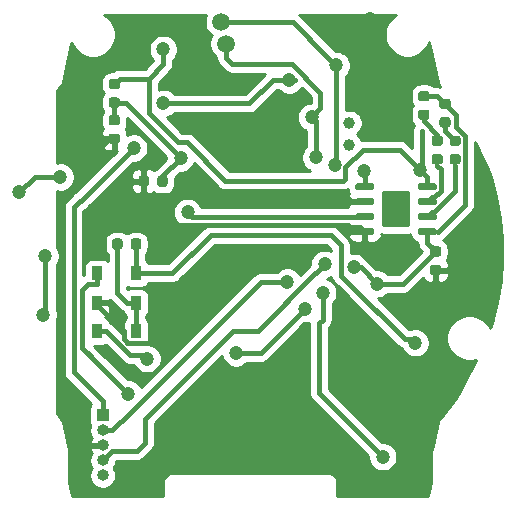
<source format=gbr>
G04 #@! TF.GenerationSoftware,KiCad,Pcbnew,5.1.8-1.fc33*
G04 #@! TF.CreationDate,2020-12-13T19:08:53+01:00*
G04 #@! TF.ProjectId,venom,76656e6f-6d2e-46b6-9963-61645f706362,rev?*
G04 #@! TF.SameCoordinates,Original*
G04 #@! TF.FileFunction,Copper,L2,Bot*
G04 #@! TF.FilePolarity,Positive*
%FSLAX46Y46*%
G04 Gerber Fmt 4.6, Leading zero omitted, Abs format (unit mm)*
G04 Created by KiCad (PCBNEW 5.1.8-1.fc33) date 2020-12-13 19:08:53*
%MOMM*%
%LPD*%
G01*
G04 APERTURE LIST*
G04 #@! TA.AperFunction,ComponentPad*
%ADD10C,1.000000*%
G04 #@! TD*
G04 #@! TA.AperFunction,SMDPad,CuDef*
%ADD11R,0.900000X1.200000*%
G04 #@! TD*
G04 #@! TA.AperFunction,ComponentPad*
%ADD12C,0.500000*%
G04 #@! TD*
G04 #@! TA.AperFunction,ComponentPad*
%ADD13R,1.000000X1.000000*%
G04 #@! TD*
G04 #@! TA.AperFunction,ComponentPad*
%ADD14O,1.000000X1.000000*%
G04 #@! TD*
G04 #@! TA.AperFunction,ViaPad*
%ADD15C,1.200000*%
G04 #@! TD*
G04 #@! TA.AperFunction,ViaPad*
%ADD16C,1.500000*%
G04 #@! TD*
G04 #@! TA.AperFunction,Conductor*
%ADD17C,0.400000*%
G04 #@! TD*
G04 #@! TA.AperFunction,Conductor*
%ADD18C,0.300000*%
G04 #@! TD*
G04 #@! TA.AperFunction,Conductor*
%ADD19C,0.254000*%
G04 #@! TD*
G04 #@! TA.AperFunction,Conductor*
%ADD20C,0.100000*%
G04 #@! TD*
G04 APERTURE END LIST*
D10*
X167894000Y-109728000D03*
X167894000Y-107828000D03*
G04 #@! TA.AperFunction,SMDPad,CuDef*
G36*
G01*
X147825000Y-118336250D02*
X147825000Y-117823750D01*
G75*
G02*
X148043750Y-117605000I218750J0D01*
G01*
X148481250Y-117605000D01*
G75*
G02*
X148700000Y-117823750I0J-218750D01*
G01*
X148700000Y-118336250D01*
G75*
G02*
X148481250Y-118555000I-218750J0D01*
G01*
X148043750Y-118555000D01*
G75*
G02*
X147825000Y-118336250I0J218750D01*
G01*
G37*
G04 #@! TD.AperFunction*
G04 #@! TA.AperFunction,SMDPad,CuDef*
G36*
G01*
X149400000Y-118336250D02*
X149400000Y-117823750D01*
G75*
G02*
X149618750Y-117605000I218750J0D01*
G01*
X150056250Y-117605000D01*
G75*
G02*
X150275000Y-117823750I0J-218750D01*
G01*
X150275000Y-118336250D01*
G75*
G02*
X150056250Y-118555000I-218750J0D01*
G01*
X149618750Y-118555000D01*
G75*
G02*
X149400000Y-118336250I0J218750D01*
G01*
G37*
G04 #@! TD.AperFunction*
D11*
X146540000Y-123070000D03*
X149840000Y-123070000D03*
X146540000Y-125450000D03*
X149840000Y-125450000D03*
X146550000Y-120560000D03*
X149850000Y-120560000D03*
G04 #@! TA.AperFunction,SMDPad,CuDef*
G36*
G01*
X147743750Y-105670000D02*
X148256250Y-105670000D01*
G75*
G02*
X148475000Y-105888750I0J-218750D01*
G01*
X148475000Y-106326250D01*
G75*
G02*
X148256250Y-106545000I-218750J0D01*
G01*
X147743750Y-106545000D01*
G75*
G02*
X147525000Y-106326250I0J218750D01*
G01*
X147525000Y-105888750D01*
G75*
G02*
X147743750Y-105670000I218750J0D01*
G01*
G37*
G04 #@! TD.AperFunction*
G04 #@! TA.AperFunction,SMDPad,CuDef*
G36*
G01*
X147743750Y-104095000D02*
X148256250Y-104095000D01*
G75*
G02*
X148475000Y-104313750I0J-218750D01*
G01*
X148475000Y-104751250D01*
G75*
G02*
X148256250Y-104970000I-218750J0D01*
G01*
X147743750Y-104970000D01*
G75*
G02*
X147525000Y-104751250I0J218750D01*
G01*
X147525000Y-104313750D01*
G75*
G02*
X147743750Y-104095000I218750J0D01*
G01*
G37*
G04 #@! TD.AperFunction*
G04 #@! TA.AperFunction,SMDPad,CuDef*
G36*
G01*
X147743750Y-107155000D02*
X148256250Y-107155000D01*
G75*
G02*
X148475000Y-107373750I0J-218750D01*
G01*
X148475000Y-107811250D01*
G75*
G02*
X148256250Y-108030000I-218750J0D01*
G01*
X147743750Y-108030000D01*
G75*
G02*
X147525000Y-107811250I0J218750D01*
G01*
X147525000Y-107373750D01*
G75*
G02*
X147743750Y-107155000I218750J0D01*
G01*
G37*
G04 #@! TD.AperFunction*
G04 #@! TA.AperFunction,SMDPad,CuDef*
G36*
G01*
X147743750Y-108730000D02*
X148256250Y-108730000D01*
G75*
G02*
X148475000Y-108948750I0J-218750D01*
G01*
X148475000Y-109386250D01*
G75*
G02*
X148256250Y-109605000I-218750J0D01*
G01*
X147743750Y-109605000D01*
G75*
G02*
X147525000Y-109386250I0J218750D01*
G01*
X147525000Y-108948750D01*
G75*
G02*
X147743750Y-108730000I218750J0D01*
G01*
G37*
G04 #@! TD.AperFunction*
G04 #@! TA.AperFunction,SMDPad,CuDef*
G36*
G01*
X175083750Y-108895000D02*
X175596250Y-108895000D01*
G75*
G02*
X175815000Y-109113750I0J-218750D01*
G01*
X175815000Y-109551250D01*
G75*
G02*
X175596250Y-109770000I-218750J0D01*
G01*
X175083750Y-109770000D01*
G75*
G02*
X174865000Y-109551250I0J218750D01*
G01*
X174865000Y-109113750D01*
G75*
G02*
X175083750Y-108895000I218750J0D01*
G01*
G37*
G04 #@! TD.AperFunction*
G04 #@! TA.AperFunction,SMDPad,CuDef*
G36*
G01*
X175083750Y-110470000D02*
X175596250Y-110470000D01*
G75*
G02*
X175815000Y-110688750I0J-218750D01*
G01*
X175815000Y-111126250D01*
G75*
G02*
X175596250Y-111345000I-218750J0D01*
G01*
X175083750Y-111345000D01*
G75*
G02*
X174865000Y-111126250I0J218750D01*
G01*
X174865000Y-110688750D01*
G75*
G02*
X175083750Y-110470000I218750J0D01*
G01*
G37*
G04 #@! TD.AperFunction*
G04 #@! TA.AperFunction,SMDPad,CuDef*
G36*
G01*
X176603750Y-110470000D02*
X177116250Y-110470000D01*
G75*
G02*
X177335000Y-110688750I0J-218750D01*
G01*
X177335000Y-111126250D01*
G75*
G02*
X177116250Y-111345000I-218750J0D01*
G01*
X176603750Y-111345000D01*
G75*
G02*
X176385000Y-111126250I0J218750D01*
G01*
X176385000Y-110688750D01*
G75*
G02*
X176603750Y-110470000I218750J0D01*
G01*
G37*
G04 #@! TD.AperFunction*
G04 #@! TA.AperFunction,SMDPad,CuDef*
G36*
G01*
X176603750Y-108895000D02*
X177116250Y-108895000D01*
G75*
G02*
X177335000Y-109113750I0J-218750D01*
G01*
X177335000Y-109551250D01*
G75*
G02*
X177116250Y-109770000I-218750J0D01*
G01*
X176603750Y-109770000D01*
G75*
G02*
X176385000Y-109551250I0J218750D01*
G01*
X176385000Y-109113750D01*
G75*
G02*
X176603750Y-108895000I218750J0D01*
G01*
G37*
G04 #@! TD.AperFunction*
G04 #@! TA.AperFunction,SMDPad,CuDef*
G36*
G01*
X170645000Y-116420003D02*
X170645000Y-113819997D01*
G75*
G02*
X170894997Y-113570000I249997J0D01*
G01*
X172805003Y-113570000D01*
G75*
G02*
X173055000Y-113819997I0J-249997D01*
G01*
X173055000Y-116420003D01*
G75*
G02*
X172805003Y-116670000I-249997J0D01*
G01*
X170894997Y-116670000D01*
G75*
G02*
X170645000Y-116420003I0J249997D01*
G01*
G37*
G04 #@! TD.AperFunction*
D12*
X170895000Y-116420000D03*
X172805000Y-116420000D03*
X170895000Y-115120000D03*
X172805000Y-115120000D03*
X170895000Y-113820000D03*
X172805000Y-113820000D03*
G04 #@! TA.AperFunction,SMDPad,CuDef*
G36*
G01*
X168400000Y-117175000D02*
X168400000Y-116875000D01*
G75*
G02*
X168550000Y-116725000I150000J0D01*
G01*
X169850000Y-116725000D01*
G75*
G02*
X170000000Y-116875000I0J-150000D01*
G01*
X170000000Y-117175000D01*
G75*
G02*
X169850000Y-117325000I-150000J0D01*
G01*
X168550000Y-117325000D01*
G75*
G02*
X168400000Y-117175000I0J150000D01*
G01*
G37*
G04 #@! TD.AperFunction*
G04 #@! TA.AperFunction,SMDPad,CuDef*
G36*
G01*
X168400000Y-115905000D02*
X168400000Y-115605000D01*
G75*
G02*
X168550000Y-115455000I150000J0D01*
G01*
X169850000Y-115455000D01*
G75*
G02*
X170000000Y-115605000I0J-150000D01*
G01*
X170000000Y-115905000D01*
G75*
G02*
X169850000Y-116055000I-150000J0D01*
G01*
X168550000Y-116055000D01*
G75*
G02*
X168400000Y-115905000I0J150000D01*
G01*
G37*
G04 #@! TD.AperFunction*
G04 #@! TA.AperFunction,SMDPad,CuDef*
G36*
G01*
X168400000Y-114635000D02*
X168400000Y-114335000D01*
G75*
G02*
X168550000Y-114185000I150000J0D01*
G01*
X169850000Y-114185000D01*
G75*
G02*
X170000000Y-114335000I0J-150000D01*
G01*
X170000000Y-114635000D01*
G75*
G02*
X169850000Y-114785000I-150000J0D01*
G01*
X168550000Y-114785000D01*
G75*
G02*
X168400000Y-114635000I0J150000D01*
G01*
G37*
G04 #@! TD.AperFunction*
G04 #@! TA.AperFunction,SMDPad,CuDef*
G36*
G01*
X168400000Y-113365000D02*
X168400000Y-113065000D01*
G75*
G02*
X168550000Y-112915000I150000J0D01*
G01*
X169850000Y-112915000D01*
G75*
G02*
X170000000Y-113065000I0J-150000D01*
G01*
X170000000Y-113365000D01*
G75*
G02*
X169850000Y-113515000I-150000J0D01*
G01*
X168550000Y-113515000D01*
G75*
G02*
X168400000Y-113365000I0J150000D01*
G01*
G37*
G04 #@! TD.AperFunction*
G04 #@! TA.AperFunction,SMDPad,CuDef*
G36*
G01*
X173700000Y-113365000D02*
X173700000Y-113065000D01*
G75*
G02*
X173850000Y-112915000I150000J0D01*
G01*
X175150000Y-112915000D01*
G75*
G02*
X175300000Y-113065000I0J-150000D01*
G01*
X175300000Y-113365000D01*
G75*
G02*
X175150000Y-113515000I-150000J0D01*
G01*
X173850000Y-113515000D01*
G75*
G02*
X173700000Y-113365000I0J150000D01*
G01*
G37*
G04 #@! TD.AperFunction*
G04 #@! TA.AperFunction,SMDPad,CuDef*
G36*
G01*
X173700000Y-114635000D02*
X173700000Y-114335000D01*
G75*
G02*
X173850000Y-114185000I150000J0D01*
G01*
X175150000Y-114185000D01*
G75*
G02*
X175300000Y-114335000I0J-150000D01*
G01*
X175300000Y-114635000D01*
G75*
G02*
X175150000Y-114785000I-150000J0D01*
G01*
X173850000Y-114785000D01*
G75*
G02*
X173700000Y-114635000I0J150000D01*
G01*
G37*
G04 #@! TD.AperFunction*
G04 #@! TA.AperFunction,SMDPad,CuDef*
G36*
G01*
X173700000Y-115905000D02*
X173700000Y-115605000D01*
G75*
G02*
X173850000Y-115455000I150000J0D01*
G01*
X175150000Y-115455000D01*
G75*
G02*
X175300000Y-115605000I0J-150000D01*
G01*
X175300000Y-115905000D01*
G75*
G02*
X175150000Y-116055000I-150000J0D01*
G01*
X173850000Y-116055000D01*
G75*
G02*
X173700000Y-115905000I0J150000D01*
G01*
G37*
G04 #@! TD.AperFunction*
G04 #@! TA.AperFunction,SMDPad,CuDef*
G36*
G01*
X173700000Y-117175000D02*
X173700000Y-116875000D01*
G75*
G02*
X173850000Y-116725000I150000J0D01*
G01*
X175150000Y-116725000D01*
G75*
G02*
X175300000Y-116875000I0J-150000D01*
G01*
X175300000Y-117175000D01*
G75*
G02*
X175150000Y-117325000I-150000J0D01*
G01*
X173850000Y-117325000D01*
G75*
G02*
X173700000Y-117175000I0J150000D01*
G01*
G37*
G04 #@! TD.AperFunction*
G04 #@! TA.AperFunction,SMDPad,CuDef*
G36*
G01*
X174943750Y-118275000D02*
X175456250Y-118275000D01*
G75*
G02*
X175675000Y-118493750I0J-218750D01*
G01*
X175675000Y-118931250D01*
G75*
G02*
X175456250Y-119150000I-218750J0D01*
G01*
X174943750Y-119150000D01*
G75*
G02*
X174725000Y-118931250I0J218750D01*
G01*
X174725000Y-118493750D01*
G75*
G02*
X174943750Y-118275000I218750J0D01*
G01*
G37*
G04 #@! TD.AperFunction*
G04 #@! TA.AperFunction,SMDPad,CuDef*
G36*
G01*
X174943750Y-119850000D02*
X175456250Y-119850000D01*
G75*
G02*
X175675000Y-120068750I0J-218750D01*
G01*
X175675000Y-120506250D01*
G75*
G02*
X175456250Y-120725000I-218750J0D01*
G01*
X174943750Y-120725000D01*
G75*
G02*
X174725000Y-120506250I0J218750D01*
G01*
X174725000Y-120068750D01*
G75*
G02*
X174943750Y-119850000I218750J0D01*
G01*
G37*
G04 #@! TD.AperFunction*
G04 #@! TA.AperFunction,SMDPad,CuDef*
G36*
G01*
X174456250Y-106000000D02*
X173943750Y-106000000D01*
G75*
G02*
X173725000Y-105781250I0J218750D01*
G01*
X173725000Y-105343750D01*
G75*
G02*
X173943750Y-105125000I218750J0D01*
G01*
X174456250Y-105125000D01*
G75*
G02*
X174675000Y-105343750I0J-218750D01*
G01*
X174675000Y-105781250D01*
G75*
G02*
X174456250Y-106000000I-218750J0D01*
G01*
G37*
G04 #@! TD.AperFunction*
G04 #@! TA.AperFunction,SMDPad,CuDef*
G36*
G01*
X174456250Y-107575000D02*
X173943750Y-107575000D01*
G75*
G02*
X173725000Y-107356250I0J218750D01*
G01*
X173725000Y-106918750D01*
G75*
G02*
X173943750Y-106700000I218750J0D01*
G01*
X174456250Y-106700000D01*
G75*
G02*
X174675000Y-106918750I0J-218750D01*
G01*
X174675000Y-107356250D01*
G75*
G02*
X174456250Y-107575000I-218750J0D01*
G01*
G37*
G04 #@! TD.AperFunction*
G04 #@! TA.AperFunction,SMDPad,CuDef*
G36*
G01*
X176256250Y-108225000D02*
X175743750Y-108225000D01*
G75*
G02*
X175525000Y-108006250I0J218750D01*
G01*
X175525000Y-107568750D01*
G75*
G02*
X175743750Y-107350000I218750J0D01*
G01*
X176256250Y-107350000D01*
G75*
G02*
X176475000Y-107568750I0J-218750D01*
G01*
X176475000Y-108006250D01*
G75*
G02*
X176256250Y-108225000I-218750J0D01*
G01*
G37*
G04 #@! TD.AperFunction*
G04 #@! TA.AperFunction,SMDPad,CuDef*
G36*
G01*
X176256250Y-106650000D02*
X175743750Y-106650000D01*
G75*
G02*
X175525000Y-106431250I0J218750D01*
G01*
X175525000Y-105993750D01*
G75*
G02*
X175743750Y-105775000I218750J0D01*
G01*
X176256250Y-105775000D01*
G75*
G02*
X176475000Y-105993750I0J-218750D01*
G01*
X176475000Y-106431250D01*
G75*
G02*
X176256250Y-106650000I-218750J0D01*
G01*
G37*
G04 #@! TD.AperFunction*
G04 #@! TA.AperFunction,SMDPad,CuDef*
G36*
G01*
X152515000Y-112503750D02*
X152515000Y-113016250D01*
G75*
G02*
X152296250Y-113235000I-218750J0D01*
G01*
X151858750Y-113235000D01*
G75*
G02*
X151640000Y-113016250I0J218750D01*
G01*
X151640000Y-112503750D01*
G75*
G02*
X151858750Y-112285000I218750J0D01*
G01*
X152296250Y-112285000D01*
G75*
G02*
X152515000Y-112503750I0J-218750D01*
G01*
G37*
G04 #@! TD.AperFunction*
G04 #@! TA.AperFunction,SMDPad,CuDef*
G36*
G01*
X150940000Y-112503750D02*
X150940000Y-113016250D01*
G75*
G02*
X150721250Y-113235000I-218750J0D01*
G01*
X150283750Y-113235000D01*
G75*
G02*
X150065000Y-113016250I0J218750D01*
G01*
X150065000Y-112503750D01*
G75*
G02*
X150283750Y-112285000I218750J0D01*
G01*
X150721250Y-112285000D01*
G75*
G02*
X150940000Y-112503750I0J-218750D01*
G01*
G37*
G04 #@! TD.AperFunction*
D13*
X147012660Y-132593080D03*
D14*
X147012660Y-133863080D03*
X147012660Y-135133080D03*
X147012660Y-136403080D03*
X147012660Y-137673080D03*
D15*
X145900000Y-110830000D03*
X147950000Y-115300000D03*
X144250000Y-104150000D03*
X171450000Y-103400000D03*
X163850000Y-105750000D03*
X169900000Y-118850000D03*
X179055000Y-111995000D03*
X154700000Y-120850000D03*
X175400000Y-123150000D03*
X169680000Y-99020000D03*
X153162000Y-104648000D03*
X153670000Y-107696000D03*
D16*
X156438600Y-133179820D03*
X154820000Y-99340000D03*
X159120000Y-104340000D03*
D15*
X162814000Y-104200000D03*
X152146000Y-106172000D03*
X158300000Y-127300000D03*
X164150000Y-123550000D03*
X173500000Y-126450000D03*
X149190000Y-130780000D03*
X150763173Y-127786827D03*
X164700000Y-107350000D03*
X165050000Y-110749999D03*
D16*
X157440000Y-101110000D03*
D15*
X166790000Y-102960000D03*
X166650000Y-111350000D03*
D16*
X157030000Y-99280000D03*
D15*
X152146000Y-101600000D03*
X173900000Y-111800000D03*
X169150000Y-111900000D03*
X170250000Y-121450000D03*
X168300000Y-120050000D03*
X153640000Y-110790000D03*
X154200000Y-115400000D03*
X165800000Y-119800000D03*
X162650000Y-121300000D03*
X149650000Y-109950000D03*
X170730000Y-136080000D03*
X165650000Y-122200000D03*
X143440000Y-112410000D03*
X139965000Y-113715000D03*
X142140000Y-119110000D03*
X141960000Y-124060000D03*
D17*
X148000000Y-109167500D02*
X147562500Y-109167500D01*
X147562500Y-109167500D02*
X145900000Y-110830000D01*
X149069999Y-126450001D02*
X151649999Y-126450001D01*
X146540000Y-123070000D02*
X146540000Y-123220000D01*
X151649999Y-126450001D02*
X152500000Y-125600000D01*
D18*
X145900000Y-110830000D02*
X145900000Y-110830000D01*
D17*
X169200000Y-117025000D02*
X169200000Y-118150000D01*
X169200000Y-118150000D02*
X169900000Y-118850000D01*
X168135000Y-114485000D02*
X167300000Y-113650000D01*
X169200000Y-114485000D02*
X168135000Y-114485000D01*
D18*
X175400000Y-123150000D02*
X175400000Y-123150000D01*
D17*
X146540000Y-123220000D02*
X148800000Y-125480000D01*
X148800000Y-125480000D02*
X148800000Y-126111458D01*
X149104271Y-126415729D02*
X148800000Y-126111458D01*
X175200000Y-122950000D02*
X175400000Y-123150000D01*
X175200000Y-120287500D02*
X175200000Y-122950000D01*
X168829290Y-116654290D02*
X169200000Y-117025000D01*
X167969168Y-116654290D02*
X168829290Y-116654290D01*
X147950000Y-115300000D02*
X149150001Y-116500001D01*
X167814879Y-116500001D02*
X167969168Y-116654290D01*
X149150001Y-116500001D02*
X167814879Y-116500001D01*
X160400000Y-127300000D02*
X158300000Y-127300000D01*
X164150000Y-123550000D02*
X160400000Y-127300000D01*
X152146000Y-106172000D02*
X159428000Y-106172000D01*
X159428000Y-106172000D02*
X161400000Y-104200000D01*
X161400000Y-104200000D02*
X163322000Y-104200000D01*
X149840000Y-122920000D02*
X149840000Y-123070000D01*
X148262500Y-122242500D02*
X149090000Y-123070000D01*
X149090000Y-123070000D02*
X149840000Y-123070000D01*
X148262500Y-118080000D02*
X148262500Y-122242500D01*
X149840000Y-125450000D02*
X149840000Y-123070000D01*
D18*
X149850000Y-118092500D02*
X149837500Y-118080000D01*
D17*
X149850000Y-120560000D02*
X149850000Y-118092500D01*
D18*
X173180001Y-126130001D02*
X173500000Y-126450000D01*
D17*
X172572881Y-126130001D02*
X173180001Y-126130001D01*
X167821440Y-121378560D02*
X172572881Y-126130001D01*
X167199999Y-118199999D02*
X167199999Y-120757119D01*
X166310000Y-117310000D02*
X167199999Y-118199999D01*
X167471440Y-121028560D02*
X167821440Y-121378560D01*
X167199999Y-120757119D02*
X167471440Y-121028560D01*
D18*
X167321440Y-120878560D02*
X167471440Y-121028560D01*
D17*
X149850000Y-120560000D02*
X152900002Y-120560000D01*
X152900002Y-120560000D02*
X156150002Y-117310000D01*
X156150002Y-117310000D02*
X166310000Y-117310000D01*
X146550000Y-120560000D02*
X146550000Y-121460000D01*
X149180000Y-130770000D02*
X149190000Y-130780000D01*
X149190000Y-130780000D02*
X149190000Y-130780000D01*
X146550000Y-121460000D02*
X145790000Y-121460000D01*
X145790000Y-121460000D02*
X145300000Y-121950000D01*
X145300000Y-126890000D02*
X146355000Y-127945000D01*
X145739999Y-127329999D02*
X146355000Y-127945000D01*
X145300000Y-121950000D02*
X145300000Y-126890000D01*
X146355000Y-127945000D02*
X149180000Y-130770000D01*
X146540000Y-125450000D02*
X147290000Y-125450000D01*
X147290000Y-125450000D02*
X149343419Y-127503419D01*
X149343419Y-127503419D02*
X150479765Y-127503419D01*
X150479765Y-127503419D02*
X150763173Y-127786827D01*
D18*
X165050000Y-107700000D02*
X164700000Y-107350000D01*
D17*
X165050000Y-110749999D02*
X165050000Y-107700000D01*
X157440000Y-102290000D02*
X157440000Y-101110000D01*
X158000000Y-102850000D02*
X157440000Y-102290000D01*
X163020000Y-102850000D02*
X158000000Y-102850000D01*
X165449999Y-105279999D02*
X163020000Y-102850000D01*
X165449999Y-106600001D02*
X165449999Y-105279999D01*
X164700000Y-107350000D02*
X165449999Y-106600001D01*
X166790000Y-102960000D02*
X166790000Y-102960000D01*
D18*
X166900000Y-103070000D02*
X166790000Y-102960000D01*
D17*
X166790000Y-111210000D02*
X166650000Y-111350000D01*
X166790000Y-102960000D02*
X166790000Y-111210000D01*
X166790000Y-102940000D02*
X166790000Y-102960000D01*
X166790000Y-102960000D02*
X166040001Y-102210001D01*
X163110000Y-99280000D02*
X166040001Y-102210001D01*
X157030000Y-99280000D02*
X163110000Y-99280000D01*
D18*
X173900000Y-111800000D02*
X174060000Y-111640000D01*
D17*
X174060000Y-111640000D02*
X174060000Y-110890000D01*
D18*
X174060000Y-111600000D02*
X174060000Y-110890000D01*
D17*
X174500000Y-112400000D02*
X173900000Y-111800000D01*
X174500000Y-113215000D02*
X174500000Y-112400000D01*
X148461612Y-104070888D02*
X150919112Y-104070888D01*
X148000000Y-104532500D02*
X148461612Y-104070888D01*
X174060000Y-110890000D02*
X174060000Y-108510000D01*
X173900000Y-111800000D02*
X172190000Y-110090000D01*
X157414000Y-112710000D02*
X158938000Y-112710000D01*
X154178000Y-109474000D02*
X157414000Y-112710000D01*
X158938000Y-112710000D02*
X158455998Y-112710000D01*
X167380000Y-112710000D02*
X158938000Y-112710000D01*
X150919112Y-106977112D02*
X153416000Y-109474000D01*
X150919112Y-104070888D02*
X150919112Y-106977112D01*
X153416000Y-109474000D02*
X154178000Y-109474000D01*
X152146000Y-102844000D02*
X152146000Y-101600000D01*
X150919112Y-104070888D02*
X152146000Y-102844000D01*
X172190000Y-110090000D02*
X169056000Y-110090000D01*
X167550001Y-112539999D02*
X167380000Y-112710000D01*
X167550001Y-111595999D02*
X167550001Y-112539999D01*
X169056000Y-110090000D02*
X167550001Y-111595999D01*
D18*
X175400000Y-117025000D02*
X174500000Y-117025000D01*
D17*
X177685010Y-114739990D02*
X175400000Y-117025000D01*
X169200000Y-113215000D02*
X169200000Y-111950000D01*
D18*
X169200000Y-111950000D02*
X169150000Y-111900000D01*
D17*
X168850000Y-120050000D02*
X170250000Y-121450000D01*
D18*
X168300000Y-120050000D02*
X168850000Y-120050000D01*
D17*
X176972510Y-107185010D02*
X176000000Y-106212500D01*
X175350000Y-105562500D02*
X176000000Y-106212500D01*
X174200000Y-105562500D02*
X175350000Y-105562500D01*
X177685010Y-108913516D02*
X177685010Y-114739990D01*
X176972510Y-108201016D02*
X177685010Y-108913516D01*
X176972510Y-107185010D02*
X176972510Y-108201016D01*
X172462500Y-121450000D02*
X175200000Y-118712500D01*
X170250000Y-121450000D02*
X172462500Y-121450000D01*
X174500000Y-118012500D02*
X175200000Y-118712500D01*
X174500000Y-117025000D02*
X174500000Y-118012500D01*
X175340000Y-108815000D02*
X175340000Y-109332500D01*
X174200000Y-107675000D02*
X175340000Y-108815000D01*
X174200000Y-107137500D02*
X174200000Y-107675000D01*
X176000000Y-108472500D02*
X176860000Y-109332500D01*
X176000000Y-107787500D02*
X176000000Y-108472500D01*
X148000000Y-106107500D02*
X148000000Y-107592500D01*
X148000000Y-106107500D02*
X148957500Y-106107500D01*
X148957500Y-106107500D02*
X153640000Y-110790000D01*
X152077500Y-112352500D02*
X153640000Y-110790000D01*
X152077500Y-112760000D02*
X152077500Y-112352500D01*
X175650010Y-111755010D02*
X175340000Y-111445000D01*
D18*
X175340000Y-111445000D02*
X175340000Y-110907500D01*
D17*
X175650010Y-113572114D02*
X175650010Y-111755010D01*
X175107834Y-114114290D02*
X175650010Y-113572114D01*
X174870710Y-114114290D02*
X175107834Y-114114290D01*
X174500000Y-114485000D02*
X174870710Y-114114290D01*
X175107834Y-115384290D02*
X176860000Y-113632124D01*
D18*
X176860000Y-111445000D02*
X176860000Y-110907500D01*
D17*
X174870710Y-115384290D02*
X175107834Y-115384290D01*
X176860000Y-113632124D02*
X176860000Y-111445000D01*
X174500000Y-115755000D02*
X174870710Y-115384290D01*
X154200000Y-115400000D02*
X154555000Y-115755000D01*
X167776998Y-115755000D02*
X169200000Y-115755000D01*
X154555000Y-115755000D02*
X167776998Y-115755000D01*
X165050001Y-120549999D02*
X165800000Y-119800000D01*
D18*
X165028003Y-120549999D02*
X165050001Y-120549999D01*
D17*
X147815740Y-135600000D02*
X147012660Y-136403080D01*
X149900000Y-135600000D02*
X147815740Y-135600000D01*
X150600000Y-134900000D02*
X149900000Y-135600000D01*
X150600000Y-132900000D02*
X150600000Y-134900000D01*
X158050000Y-125450000D02*
X150600000Y-132900000D01*
X160128002Y-125450000D02*
X158050000Y-125450000D01*
X165028003Y-120549999D02*
X160128002Y-125450000D01*
D18*
X161492880Y-121300000D02*
X162650000Y-121300000D01*
D17*
X160400000Y-121300000D02*
X162650000Y-121300000D01*
X147836920Y-133863080D02*
X149299310Y-132400690D01*
X149299310Y-132400690D02*
X160400000Y-121300000D01*
X147012660Y-133863080D02*
X147836920Y-133863080D01*
X149000000Y-132700000D02*
X149299310Y-132400690D01*
X145189989Y-114410011D02*
X149650000Y-109950000D01*
X145089989Y-114410011D02*
X145189989Y-114410011D01*
X144550000Y-128950000D02*
X144550000Y-114950000D01*
X147012660Y-131412660D02*
X144550000Y-128950000D01*
X144550000Y-114950000D02*
X145089989Y-114410011D01*
X147012660Y-132593080D02*
X147012660Y-131412660D01*
X165650000Y-124480000D02*
X165650000Y-122200000D01*
X165340000Y-124790000D02*
X165650000Y-124480000D01*
X166240000Y-131590000D02*
X170730000Y-136080000D01*
X166240000Y-131590000D02*
X165340000Y-130690000D01*
X165340000Y-124790000D02*
X165340000Y-130690000D01*
X139950000Y-113730000D02*
X139965000Y-113715000D01*
X141270000Y-112410000D02*
X143440000Y-112410000D01*
X143440000Y-112410000D02*
X143500000Y-112410000D01*
X139965000Y-113715000D02*
X141270000Y-112410000D01*
X142140000Y-121980000D02*
X142140000Y-119110000D01*
X142140000Y-121980000D02*
X142140000Y-123880000D01*
X142140000Y-123880000D02*
X141960000Y-124060000D01*
D19*
X155698225Y-98876011D02*
X155645000Y-99143589D01*
X155645000Y-99416411D01*
X155698225Y-99683989D01*
X155802629Y-99936043D01*
X155954201Y-100162886D01*
X156147114Y-100355799D01*
X156237750Y-100416360D01*
X156212629Y-100453957D01*
X156108225Y-100706011D01*
X156055000Y-100973589D01*
X156055000Y-101246411D01*
X156108225Y-101513989D01*
X156212629Y-101766043D01*
X156364201Y-101992886D01*
X156557114Y-102185799D01*
X156605000Y-102217796D01*
X156605000Y-102248981D01*
X156600960Y-102290000D01*
X156605000Y-102331018D01*
X156617082Y-102453688D01*
X156664828Y-102611086D01*
X156742364Y-102756145D01*
X156846709Y-102883291D01*
X156878578Y-102909445D01*
X157380558Y-103411426D01*
X157406709Y-103443291D01*
X157533854Y-103547636D01*
X157678913Y-103625172D01*
X157836311Y-103672918D01*
X157958981Y-103685000D01*
X157958982Y-103685000D01*
X158000000Y-103689040D01*
X158041018Y-103685000D01*
X160734132Y-103685000D01*
X159082133Y-105337000D01*
X153057554Y-105337000D01*
X152933267Y-105212713D01*
X152730992Y-105077557D01*
X152506236Y-104984460D01*
X152267637Y-104937000D01*
X152024363Y-104937000D01*
X151785764Y-104984460D01*
X151754112Y-104997571D01*
X151754112Y-104416755D01*
X152707433Y-103463436D01*
X152739291Y-103437291D01*
X152791847Y-103373252D01*
X152843636Y-103310146D01*
X152921172Y-103165087D01*
X152946486Y-103081637D01*
X152968918Y-103007689D01*
X152981000Y-102885019D01*
X152981000Y-102885018D01*
X152985040Y-102844000D01*
X152981000Y-102802982D01*
X152981000Y-102511554D01*
X153105287Y-102387267D01*
X153240443Y-102184992D01*
X153333540Y-101960236D01*
X153381000Y-101721637D01*
X153381000Y-101478363D01*
X153333540Y-101239764D01*
X153240443Y-101015008D01*
X153105287Y-100812733D01*
X152933267Y-100640713D01*
X152730992Y-100505557D01*
X152506236Y-100412460D01*
X152267637Y-100365000D01*
X152024363Y-100365000D01*
X151785764Y-100412460D01*
X151561008Y-100505557D01*
X151358733Y-100640713D01*
X151186713Y-100812733D01*
X151051557Y-101015008D01*
X150958460Y-101239764D01*
X150911000Y-101478363D01*
X150911000Y-101721637D01*
X150958460Y-101960236D01*
X151051557Y-102184992D01*
X151186713Y-102387267D01*
X151304289Y-102504843D01*
X150573245Y-103235888D01*
X148502630Y-103235888D01*
X148461612Y-103231848D01*
X148420593Y-103235888D01*
X148297923Y-103247970D01*
X148140525Y-103295716D01*
X147995466Y-103373252D01*
X147893506Y-103456928D01*
X147743750Y-103456928D01*
X147576592Y-103473392D01*
X147415858Y-103522150D01*
X147267725Y-103601329D01*
X147137885Y-103707885D01*
X147031329Y-103837725D01*
X146952150Y-103985858D01*
X146903392Y-104146592D01*
X146886928Y-104313750D01*
X146886928Y-104751250D01*
X146903392Y-104918408D01*
X146952150Y-105079142D01*
X147031329Y-105227275D01*
X147107426Y-105320000D01*
X147031329Y-105412725D01*
X146952150Y-105560858D01*
X146903392Y-105721592D01*
X146886928Y-105888750D01*
X146886928Y-106326250D01*
X146903392Y-106493408D01*
X146952150Y-106654142D01*
X147031329Y-106802275D01*
X147070496Y-106850000D01*
X147031329Y-106897725D01*
X146952150Y-107045858D01*
X146903392Y-107206592D01*
X146886928Y-107373750D01*
X146886928Y-107811250D01*
X146903392Y-107978408D01*
X146952150Y-108139142D01*
X147031329Y-108287275D01*
X147049100Y-108308930D01*
X146994463Y-108375506D01*
X146935498Y-108485820D01*
X146899188Y-108605518D01*
X146886928Y-108730000D01*
X146890000Y-108881750D01*
X147048750Y-109040500D01*
X147873000Y-109040500D01*
X147873000Y-109020500D01*
X148127000Y-109020500D01*
X148127000Y-109040500D01*
X148147000Y-109040500D01*
X148147000Y-109294500D01*
X148127000Y-109294500D01*
X148127000Y-110081250D01*
X148232441Y-110186691D01*
X144790996Y-113628137D01*
X144768902Y-113634839D01*
X144623843Y-113712375D01*
X144496698Y-113816720D01*
X144470550Y-113848582D01*
X143988574Y-114330559D01*
X143956710Y-114356709D01*
X143894448Y-114432576D01*
X143852364Y-114483855D01*
X143774828Y-114628914D01*
X143727082Y-114786312D01*
X143710960Y-114950000D01*
X143715001Y-114991029D01*
X143715000Y-128908981D01*
X143710960Y-128950000D01*
X143721037Y-129052315D01*
X143727082Y-129113688D01*
X143774828Y-129271086D01*
X143852364Y-129416145D01*
X143956709Y-129543291D01*
X143988579Y-129569446D01*
X146061273Y-131642141D01*
X145982123Y-131738586D01*
X145923158Y-131848900D01*
X145886848Y-131968598D01*
X145874588Y-132093080D01*
X145874588Y-133093080D01*
X145886848Y-133217562D01*
X145923158Y-133337260D01*
X145967548Y-133420306D01*
X145921277Y-133532013D01*
X145877660Y-133751292D01*
X145877660Y-133974868D01*
X145921277Y-134194147D01*
X146006836Y-134400704D01*
X146075013Y-134502738D01*
X146025537Y-134572874D01*
X145935214Y-134776216D01*
X145918541Y-134831206D01*
X146044706Y-135006080D01*
X146885660Y-135006080D01*
X146885660Y-134995054D01*
X146900872Y-134998080D01*
X147124448Y-134998080D01*
X147139660Y-134995054D01*
X147139660Y-135006080D01*
X147159660Y-135006080D01*
X147159660Y-135075211D01*
X146966792Y-135268080D01*
X146900872Y-135268080D01*
X146885660Y-135271106D01*
X146885660Y-135260080D01*
X146044706Y-135260080D01*
X145918541Y-135434954D01*
X145935214Y-135489944D01*
X146025537Y-135693286D01*
X146075013Y-135763422D01*
X146006836Y-135865456D01*
X145921277Y-136072013D01*
X145877660Y-136291292D01*
X145877660Y-136514868D01*
X145921277Y-136734147D01*
X146006836Y-136940704D01*
X146071901Y-137038080D01*
X146006836Y-137135456D01*
X145921277Y-137342013D01*
X145877660Y-137561292D01*
X145877660Y-137784868D01*
X145921277Y-138004147D01*
X146006836Y-138210704D01*
X146131048Y-138396600D01*
X146289140Y-138554692D01*
X146475036Y-138678904D01*
X146681593Y-138764463D01*
X146900872Y-138808080D01*
X147124448Y-138808080D01*
X147343727Y-138764463D01*
X147550284Y-138678904D01*
X147736180Y-138554692D01*
X147894272Y-138396600D01*
X148018484Y-138210704D01*
X148104043Y-138004147D01*
X148147660Y-137784868D01*
X148147660Y-137561292D01*
X148104043Y-137342013D01*
X148018484Y-137135456D01*
X147953419Y-137038080D01*
X148018484Y-136940704D01*
X148104043Y-136734147D01*
X148147660Y-136514868D01*
X148147660Y-136448948D01*
X148161608Y-136435000D01*
X149858982Y-136435000D01*
X149900000Y-136439040D01*
X149941018Y-136435000D01*
X149941019Y-136435000D01*
X150063689Y-136422918D01*
X150221087Y-136375172D01*
X150366146Y-136297636D01*
X150493291Y-136193291D01*
X150519446Y-136161422D01*
X151161426Y-135519442D01*
X151193291Y-135493291D01*
X151297636Y-135366146D01*
X151375172Y-135221087D01*
X151422918Y-135063689D01*
X151435000Y-134941019D01*
X151435000Y-134941009D01*
X151439039Y-134900001D01*
X151435000Y-134858993D01*
X151435000Y-133245867D01*
X157097225Y-127583643D01*
X157112460Y-127660236D01*
X157205557Y-127884992D01*
X157340713Y-128087267D01*
X157512733Y-128259287D01*
X157715008Y-128394443D01*
X157939764Y-128487540D01*
X158178363Y-128535000D01*
X158421637Y-128535000D01*
X158660236Y-128487540D01*
X158884992Y-128394443D01*
X159087267Y-128259287D01*
X159211554Y-128135000D01*
X160358982Y-128135000D01*
X160400000Y-128139040D01*
X160441018Y-128135000D01*
X160441019Y-128135000D01*
X160563689Y-128122918D01*
X160721087Y-128075172D01*
X160866146Y-127997636D01*
X160993291Y-127893291D01*
X161019446Y-127861421D01*
X164095869Y-124785000D01*
X164271637Y-124785000D01*
X164506045Y-124738374D01*
X164500960Y-124790000D01*
X164505000Y-124831019D01*
X164505001Y-130648972D01*
X164500960Y-130690000D01*
X164517082Y-130853688D01*
X164564828Y-131011086D01*
X164637375Y-131146811D01*
X164642365Y-131156146D01*
X164746710Y-131283291D01*
X164778574Y-131309441D01*
X165678570Y-132209438D01*
X165678575Y-132209442D01*
X169495000Y-136025869D01*
X169495000Y-136201637D01*
X169542460Y-136440236D01*
X169635557Y-136664992D01*
X169770713Y-136867267D01*
X169942733Y-137039287D01*
X170145008Y-137174443D01*
X170369764Y-137267540D01*
X170608363Y-137315000D01*
X170851637Y-137315000D01*
X171090236Y-137267540D01*
X171314992Y-137174443D01*
X171517267Y-137039287D01*
X171689287Y-136867267D01*
X171824443Y-136664992D01*
X171917540Y-136440236D01*
X171965000Y-136201637D01*
X171965000Y-135958363D01*
X171917540Y-135719764D01*
X171824443Y-135495008D01*
X171689287Y-135292733D01*
X171517267Y-135120713D01*
X171314992Y-134985557D01*
X171090236Y-134892460D01*
X170851637Y-134845000D01*
X170675869Y-134845000D01*
X166859442Y-131028575D01*
X166859438Y-131028570D01*
X166175000Y-130344133D01*
X166175000Y-125135867D01*
X166211422Y-125099445D01*
X166243291Y-125073291D01*
X166347636Y-124946146D01*
X166425172Y-124801087D01*
X166472918Y-124643689D01*
X166485000Y-124521019D01*
X166485000Y-124521017D01*
X166489040Y-124480001D01*
X166485000Y-124438985D01*
X166485000Y-123111554D01*
X166609287Y-122987267D01*
X166744443Y-122784992D01*
X166837540Y-122560236D01*
X166885000Y-122321637D01*
X166885000Y-122078363D01*
X166837540Y-121839764D01*
X166744443Y-121615008D01*
X166609287Y-121412733D01*
X166437267Y-121240713D01*
X166234992Y-121105557D01*
X166018255Y-121015782D01*
X166160236Y-120987540D01*
X166374896Y-120898625D01*
X166377081Y-120920807D01*
X166424827Y-121078205D01*
X166501068Y-121220841D01*
X166502364Y-121223265D01*
X166606709Y-121350410D01*
X166638572Y-121376560D01*
X166910011Y-121647999D01*
X166910016Y-121648003D01*
X167260011Y-121997999D01*
X167260017Y-121998004D01*
X171953440Y-126691428D01*
X171979590Y-126723292D01*
X172106735Y-126827637D01*
X172251794Y-126905173D01*
X172366153Y-126939863D01*
X172405557Y-127034992D01*
X172540713Y-127237267D01*
X172712733Y-127409287D01*
X172915008Y-127544443D01*
X173139764Y-127637540D01*
X173378363Y-127685000D01*
X173621637Y-127685000D01*
X173860236Y-127637540D01*
X174084992Y-127544443D01*
X174287267Y-127409287D01*
X174459287Y-127237267D01*
X174594443Y-127034992D01*
X174687540Y-126810236D01*
X174735000Y-126571637D01*
X174735000Y-126328363D01*
X174687540Y-126089764D01*
X174594443Y-125865008D01*
X174459287Y-125662733D01*
X174287267Y-125490713D01*
X174084992Y-125355557D01*
X173860236Y-125262460D01*
X173621637Y-125215000D01*
X173378363Y-125215000D01*
X173139764Y-125262460D01*
X173061203Y-125295001D01*
X172918749Y-125295001D01*
X170308747Y-122685000D01*
X170371637Y-122685000D01*
X170610236Y-122637540D01*
X170834992Y-122544443D01*
X171037267Y-122409287D01*
X171161554Y-122285000D01*
X172421482Y-122285000D01*
X172462500Y-122289040D01*
X172503518Y-122285000D01*
X172503519Y-122285000D01*
X172626189Y-122272918D01*
X172783587Y-122225172D01*
X172928646Y-122147636D01*
X173055791Y-122043291D01*
X173081946Y-122011421D01*
X174132866Y-120960502D01*
X174135498Y-120969180D01*
X174194463Y-121079494D01*
X174273815Y-121176185D01*
X174370506Y-121255537D01*
X174480820Y-121314502D01*
X174600518Y-121350812D01*
X174725000Y-121363072D01*
X174914250Y-121360000D01*
X175073000Y-121201250D01*
X175073000Y-120414500D01*
X175327000Y-120414500D01*
X175327000Y-121201250D01*
X175485750Y-121360000D01*
X175675000Y-121363072D01*
X175799482Y-121350812D01*
X175919180Y-121314502D01*
X176029494Y-121255537D01*
X176126185Y-121176185D01*
X176205537Y-121079494D01*
X176264502Y-120969180D01*
X176300812Y-120849482D01*
X176313072Y-120725000D01*
X176310000Y-120573250D01*
X176151250Y-120414500D01*
X175327000Y-120414500D01*
X175073000Y-120414500D01*
X175053000Y-120414500D01*
X175053000Y-120160500D01*
X175073000Y-120160500D01*
X175073000Y-120140500D01*
X175327000Y-120140500D01*
X175327000Y-120160500D01*
X176151250Y-120160500D01*
X176310000Y-120001750D01*
X176313072Y-119850000D01*
X176300812Y-119725518D01*
X176264502Y-119605820D01*
X176205537Y-119495506D01*
X176150900Y-119428930D01*
X176168671Y-119407275D01*
X176247850Y-119259142D01*
X176296608Y-119098408D01*
X176313072Y-118931250D01*
X176313072Y-118493750D01*
X176296608Y-118326592D01*
X176247850Y-118165858D01*
X176168671Y-118017725D01*
X176062115Y-117887885D01*
X175932275Y-117781329D01*
X175844307Y-117734309D01*
X175866145Y-117722636D01*
X175961429Y-117644438D01*
X178246437Y-115359431D01*
X178278301Y-115333281D01*
X178382646Y-115206136D01*
X178460182Y-115061077D01*
X178507928Y-114903679D01*
X178520010Y-114781009D01*
X178524050Y-114739991D01*
X178520010Y-114698972D01*
X178520010Y-109476965D01*
X179579688Y-111577323D01*
X179873362Y-112393620D01*
X180335507Y-114119948D01*
X180651576Y-115878894D01*
X180819351Y-117658115D01*
X180837657Y-119445133D01*
X180706365Y-121227409D01*
X180426394Y-122992463D01*
X179999708Y-124727900D01*
X179834986Y-125216991D01*
X179794156Y-125118419D01*
X179581235Y-124799761D01*
X179310239Y-124528765D01*
X178991581Y-124315844D01*
X178637507Y-124169182D01*
X178261624Y-124094414D01*
X177878376Y-124094414D01*
X177502493Y-124169182D01*
X177148419Y-124315844D01*
X176829761Y-124528765D01*
X176558765Y-124799761D01*
X176345844Y-125118419D01*
X176199182Y-125472493D01*
X176124414Y-125848376D01*
X176124414Y-126231624D01*
X176199182Y-126607507D01*
X176345844Y-126961581D01*
X176558765Y-127280239D01*
X176829761Y-127551235D01*
X177148419Y-127764156D01*
X177502493Y-127910818D01*
X177878376Y-127985586D01*
X178261624Y-127985586D01*
X178584165Y-127921428D01*
X177172882Y-130715881D01*
X176900651Y-131134870D01*
X175798611Y-132554941D01*
X175549965Y-132842900D01*
X175546423Y-132845740D01*
X175462809Y-132945291D01*
X175400220Y-133059242D01*
X175370877Y-133152152D01*
X174865141Y-135551461D01*
X174854589Y-135586246D01*
X174848582Y-135647236D01*
X174841889Y-135708073D01*
X174845039Y-135744277D01*
X174845040Y-138221321D01*
X174587021Y-139443000D01*
X166868958Y-139443000D01*
X166873193Y-139400000D01*
X166870000Y-139367581D01*
X166870000Y-138182419D01*
X166873193Y-138150000D01*
X166860450Y-138020617D01*
X166822710Y-137896207D01*
X166761425Y-137781550D01*
X166678948Y-137681052D01*
X166578450Y-137598575D01*
X166463793Y-137537290D01*
X166339383Y-137499550D01*
X166242419Y-137490000D01*
X166210000Y-137486807D01*
X166177581Y-137490000D01*
X152842419Y-137490000D01*
X152810000Y-137486807D01*
X152777581Y-137490000D01*
X152680617Y-137499550D01*
X152556207Y-137537290D01*
X152441550Y-137598575D01*
X152341052Y-137681052D01*
X152258575Y-137781550D01*
X152197290Y-137896207D01*
X152159550Y-138020617D01*
X152146807Y-138150000D01*
X152150000Y-138182420D01*
X152150001Y-139367571D01*
X152146807Y-139400000D01*
X152151042Y-139443000D01*
X144432852Y-139443000D01*
X144170000Y-138205816D01*
X144170000Y-135738648D01*
X144173150Y-135702444D01*
X144166457Y-135641607D01*
X144160450Y-135580617D01*
X144149898Y-135545832D01*
X143644162Y-133146523D01*
X143614819Y-133053614D01*
X143552230Y-132939663D01*
X143514318Y-132894525D01*
X143127308Y-132416383D01*
X143130042Y-124462481D01*
X143147540Y-124420236D01*
X143195000Y-124181637D01*
X143195000Y-123938363D01*
X143147540Y-123699764D01*
X143130318Y-123658187D01*
X143131627Y-119848866D01*
X143234443Y-119694992D01*
X143327540Y-119470236D01*
X143375000Y-119231637D01*
X143375000Y-118988363D01*
X143327540Y-118749764D01*
X143234443Y-118525008D01*
X143132135Y-118371894D01*
X143133773Y-113608283D01*
X143318363Y-113645000D01*
X143561637Y-113645000D01*
X143800236Y-113597540D01*
X144024992Y-113504443D01*
X144227267Y-113369287D01*
X144399287Y-113197267D01*
X144534443Y-112994992D01*
X144627540Y-112770236D01*
X144675000Y-112531637D01*
X144675000Y-112288363D01*
X144627540Y-112049764D01*
X144534443Y-111825008D01*
X144399287Y-111622733D01*
X144227267Y-111450713D01*
X144024992Y-111315557D01*
X143800236Y-111222460D01*
X143561637Y-111175000D01*
X143318363Y-111175000D01*
X143134596Y-111211553D01*
X143135148Y-109605000D01*
X146886928Y-109605000D01*
X146899188Y-109729482D01*
X146935498Y-109849180D01*
X146994463Y-109959494D01*
X147073815Y-110056185D01*
X147170506Y-110135537D01*
X147280820Y-110194502D01*
X147400518Y-110230812D01*
X147525000Y-110243072D01*
X147714250Y-110240000D01*
X147873000Y-110081250D01*
X147873000Y-109294500D01*
X147048750Y-109294500D01*
X146890000Y-109453250D01*
X146886928Y-109605000D01*
X143135148Y-109605000D01*
X143136699Y-105094190D01*
X143221391Y-104985058D01*
X143469737Y-104697445D01*
X143472924Y-104694897D01*
X143556676Y-104595460D01*
X143619421Y-104481595D01*
X143648892Y-104388726D01*
X144363065Y-101023451D01*
X144465844Y-101271581D01*
X144678765Y-101590239D01*
X144949761Y-101861235D01*
X145268419Y-102074156D01*
X145622493Y-102220818D01*
X145998376Y-102295586D01*
X146381624Y-102295586D01*
X146757507Y-102220818D01*
X147111581Y-102074156D01*
X147430239Y-101861235D01*
X147701235Y-101590239D01*
X147914156Y-101271581D01*
X148060818Y-100917507D01*
X148135586Y-100541624D01*
X148135586Y-100158376D01*
X148060818Y-99782493D01*
X147914156Y-99428419D01*
X147701235Y-99109761D01*
X147430239Y-98838765D01*
X147162699Y-98660000D01*
X155787700Y-98660000D01*
X155698225Y-98876011D01*
G04 #@! TA.AperFunction,Conductor*
D20*
G36*
X155698225Y-98876011D02*
G01*
X155645000Y-99143589D01*
X155645000Y-99416411D01*
X155698225Y-99683989D01*
X155802629Y-99936043D01*
X155954201Y-100162886D01*
X156147114Y-100355799D01*
X156237750Y-100416360D01*
X156212629Y-100453957D01*
X156108225Y-100706011D01*
X156055000Y-100973589D01*
X156055000Y-101246411D01*
X156108225Y-101513989D01*
X156212629Y-101766043D01*
X156364201Y-101992886D01*
X156557114Y-102185799D01*
X156605000Y-102217796D01*
X156605000Y-102248981D01*
X156600960Y-102290000D01*
X156605000Y-102331018D01*
X156617082Y-102453688D01*
X156664828Y-102611086D01*
X156742364Y-102756145D01*
X156846709Y-102883291D01*
X156878578Y-102909445D01*
X157380558Y-103411426D01*
X157406709Y-103443291D01*
X157533854Y-103547636D01*
X157678913Y-103625172D01*
X157836311Y-103672918D01*
X157958981Y-103685000D01*
X157958982Y-103685000D01*
X158000000Y-103689040D01*
X158041018Y-103685000D01*
X160734132Y-103685000D01*
X159082133Y-105337000D01*
X153057554Y-105337000D01*
X152933267Y-105212713D01*
X152730992Y-105077557D01*
X152506236Y-104984460D01*
X152267637Y-104937000D01*
X152024363Y-104937000D01*
X151785764Y-104984460D01*
X151754112Y-104997571D01*
X151754112Y-104416755D01*
X152707433Y-103463436D01*
X152739291Y-103437291D01*
X152791847Y-103373252D01*
X152843636Y-103310146D01*
X152921172Y-103165087D01*
X152946486Y-103081637D01*
X152968918Y-103007689D01*
X152981000Y-102885019D01*
X152981000Y-102885018D01*
X152985040Y-102844000D01*
X152981000Y-102802982D01*
X152981000Y-102511554D01*
X153105287Y-102387267D01*
X153240443Y-102184992D01*
X153333540Y-101960236D01*
X153381000Y-101721637D01*
X153381000Y-101478363D01*
X153333540Y-101239764D01*
X153240443Y-101015008D01*
X153105287Y-100812733D01*
X152933267Y-100640713D01*
X152730992Y-100505557D01*
X152506236Y-100412460D01*
X152267637Y-100365000D01*
X152024363Y-100365000D01*
X151785764Y-100412460D01*
X151561008Y-100505557D01*
X151358733Y-100640713D01*
X151186713Y-100812733D01*
X151051557Y-101015008D01*
X150958460Y-101239764D01*
X150911000Y-101478363D01*
X150911000Y-101721637D01*
X150958460Y-101960236D01*
X151051557Y-102184992D01*
X151186713Y-102387267D01*
X151304289Y-102504843D01*
X150573245Y-103235888D01*
X148502630Y-103235888D01*
X148461612Y-103231848D01*
X148420593Y-103235888D01*
X148297923Y-103247970D01*
X148140525Y-103295716D01*
X147995466Y-103373252D01*
X147893506Y-103456928D01*
X147743750Y-103456928D01*
X147576592Y-103473392D01*
X147415858Y-103522150D01*
X147267725Y-103601329D01*
X147137885Y-103707885D01*
X147031329Y-103837725D01*
X146952150Y-103985858D01*
X146903392Y-104146592D01*
X146886928Y-104313750D01*
X146886928Y-104751250D01*
X146903392Y-104918408D01*
X146952150Y-105079142D01*
X147031329Y-105227275D01*
X147107426Y-105320000D01*
X147031329Y-105412725D01*
X146952150Y-105560858D01*
X146903392Y-105721592D01*
X146886928Y-105888750D01*
X146886928Y-106326250D01*
X146903392Y-106493408D01*
X146952150Y-106654142D01*
X147031329Y-106802275D01*
X147070496Y-106850000D01*
X147031329Y-106897725D01*
X146952150Y-107045858D01*
X146903392Y-107206592D01*
X146886928Y-107373750D01*
X146886928Y-107811250D01*
X146903392Y-107978408D01*
X146952150Y-108139142D01*
X147031329Y-108287275D01*
X147049100Y-108308930D01*
X146994463Y-108375506D01*
X146935498Y-108485820D01*
X146899188Y-108605518D01*
X146886928Y-108730000D01*
X146890000Y-108881750D01*
X147048750Y-109040500D01*
X147873000Y-109040500D01*
X147873000Y-109020500D01*
X148127000Y-109020500D01*
X148127000Y-109040500D01*
X148147000Y-109040500D01*
X148147000Y-109294500D01*
X148127000Y-109294500D01*
X148127000Y-110081250D01*
X148232441Y-110186691D01*
X144790996Y-113628137D01*
X144768902Y-113634839D01*
X144623843Y-113712375D01*
X144496698Y-113816720D01*
X144470550Y-113848582D01*
X143988574Y-114330559D01*
X143956710Y-114356709D01*
X143894448Y-114432576D01*
X143852364Y-114483855D01*
X143774828Y-114628914D01*
X143727082Y-114786312D01*
X143710960Y-114950000D01*
X143715001Y-114991029D01*
X143715000Y-128908981D01*
X143710960Y-128950000D01*
X143721037Y-129052315D01*
X143727082Y-129113688D01*
X143774828Y-129271086D01*
X143852364Y-129416145D01*
X143956709Y-129543291D01*
X143988579Y-129569446D01*
X146061273Y-131642141D01*
X145982123Y-131738586D01*
X145923158Y-131848900D01*
X145886848Y-131968598D01*
X145874588Y-132093080D01*
X145874588Y-133093080D01*
X145886848Y-133217562D01*
X145923158Y-133337260D01*
X145967548Y-133420306D01*
X145921277Y-133532013D01*
X145877660Y-133751292D01*
X145877660Y-133974868D01*
X145921277Y-134194147D01*
X146006836Y-134400704D01*
X146075013Y-134502738D01*
X146025537Y-134572874D01*
X145935214Y-134776216D01*
X145918541Y-134831206D01*
X146044706Y-135006080D01*
X146885660Y-135006080D01*
X146885660Y-134995054D01*
X146900872Y-134998080D01*
X147124448Y-134998080D01*
X147139660Y-134995054D01*
X147139660Y-135006080D01*
X147159660Y-135006080D01*
X147159660Y-135075211D01*
X146966792Y-135268080D01*
X146900872Y-135268080D01*
X146885660Y-135271106D01*
X146885660Y-135260080D01*
X146044706Y-135260080D01*
X145918541Y-135434954D01*
X145935214Y-135489944D01*
X146025537Y-135693286D01*
X146075013Y-135763422D01*
X146006836Y-135865456D01*
X145921277Y-136072013D01*
X145877660Y-136291292D01*
X145877660Y-136514868D01*
X145921277Y-136734147D01*
X146006836Y-136940704D01*
X146071901Y-137038080D01*
X146006836Y-137135456D01*
X145921277Y-137342013D01*
X145877660Y-137561292D01*
X145877660Y-137784868D01*
X145921277Y-138004147D01*
X146006836Y-138210704D01*
X146131048Y-138396600D01*
X146289140Y-138554692D01*
X146475036Y-138678904D01*
X146681593Y-138764463D01*
X146900872Y-138808080D01*
X147124448Y-138808080D01*
X147343727Y-138764463D01*
X147550284Y-138678904D01*
X147736180Y-138554692D01*
X147894272Y-138396600D01*
X148018484Y-138210704D01*
X148104043Y-138004147D01*
X148147660Y-137784868D01*
X148147660Y-137561292D01*
X148104043Y-137342013D01*
X148018484Y-137135456D01*
X147953419Y-137038080D01*
X148018484Y-136940704D01*
X148104043Y-136734147D01*
X148147660Y-136514868D01*
X148147660Y-136448948D01*
X148161608Y-136435000D01*
X149858982Y-136435000D01*
X149900000Y-136439040D01*
X149941018Y-136435000D01*
X149941019Y-136435000D01*
X150063689Y-136422918D01*
X150221087Y-136375172D01*
X150366146Y-136297636D01*
X150493291Y-136193291D01*
X150519446Y-136161422D01*
X151161426Y-135519442D01*
X151193291Y-135493291D01*
X151297636Y-135366146D01*
X151375172Y-135221087D01*
X151422918Y-135063689D01*
X151435000Y-134941019D01*
X151435000Y-134941009D01*
X151439039Y-134900001D01*
X151435000Y-134858993D01*
X151435000Y-133245867D01*
X157097225Y-127583643D01*
X157112460Y-127660236D01*
X157205557Y-127884992D01*
X157340713Y-128087267D01*
X157512733Y-128259287D01*
X157715008Y-128394443D01*
X157939764Y-128487540D01*
X158178363Y-128535000D01*
X158421637Y-128535000D01*
X158660236Y-128487540D01*
X158884992Y-128394443D01*
X159087267Y-128259287D01*
X159211554Y-128135000D01*
X160358982Y-128135000D01*
X160400000Y-128139040D01*
X160441018Y-128135000D01*
X160441019Y-128135000D01*
X160563689Y-128122918D01*
X160721087Y-128075172D01*
X160866146Y-127997636D01*
X160993291Y-127893291D01*
X161019446Y-127861421D01*
X164095869Y-124785000D01*
X164271637Y-124785000D01*
X164506045Y-124738374D01*
X164500960Y-124790000D01*
X164505000Y-124831019D01*
X164505001Y-130648972D01*
X164500960Y-130690000D01*
X164517082Y-130853688D01*
X164564828Y-131011086D01*
X164637375Y-131146811D01*
X164642365Y-131156146D01*
X164746710Y-131283291D01*
X164778574Y-131309441D01*
X165678570Y-132209438D01*
X165678575Y-132209442D01*
X169495000Y-136025869D01*
X169495000Y-136201637D01*
X169542460Y-136440236D01*
X169635557Y-136664992D01*
X169770713Y-136867267D01*
X169942733Y-137039287D01*
X170145008Y-137174443D01*
X170369764Y-137267540D01*
X170608363Y-137315000D01*
X170851637Y-137315000D01*
X171090236Y-137267540D01*
X171314992Y-137174443D01*
X171517267Y-137039287D01*
X171689287Y-136867267D01*
X171824443Y-136664992D01*
X171917540Y-136440236D01*
X171965000Y-136201637D01*
X171965000Y-135958363D01*
X171917540Y-135719764D01*
X171824443Y-135495008D01*
X171689287Y-135292733D01*
X171517267Y-135120713D01*
X171314992Y-134985557D01*
X171090236Y-134892460D01*
X170851637Y-134845000D01*
X170675869Y-134845000D01*
X166859442Y-131028575D01*
X166859438Y-131028570D01*
X166175000Y-130344133D01*
X166175000Y-125135867D01*
X166211422Y-125099445D01*
X166243291Y-125073291D01*
X166347636Y-124946146D01*
X166425172Y-124801087D01*
X166472918Y-124643689D01*
X166485000Y-124521019D01*
X166485000Y-124521017D01*
X166489040Y-124480001D01*
X166485000Y-124438985D01*
X166485000Y-123111554D01*
X166609287Y-122987267D01*
X166744443Y-122784992D01*
X166837540Y-122560236D01*
X166885000Y-122321637D01*
X166885000Y-122078363D01*
X166837540Y-121839764D01*
X166744443Y-121615008D01*
X166609287Y-121412733D01*
X166437267Y-121240713D01*
X166234992Y-121105557D01*
X166018255Y-121015782D01*
X166160236Y-120987540D01*
X166374896Y-120898625D01*
X166377081Y-120920807D01*
X166424827Y-121078205D01*
X166501068Y-121220841D01*
X166502364Y-121223265D01*
X166606709Y-121350410D01*
X166638572Y-121376560D01*
X166910011Y-121647999D01*
X166910016Y-121648003D01*
X167260011Y-121997999D01*
X167260017Y-121998004D01*
X171953440Y-126691428D01*
X171979590Y-126723292D01*
X172106735Y-126827637D01*
X172251794Y-126905173D01*
X172366153Y-126939863D01*
X172405557Y-127034992D01*
X172540713Y-127237267D01*
X172712733Y-127409287D01*
X172915008Y-127544443D01*
X173139764Y-127637540D01*
X173378363Y-127685000D01*
X173621637Y-127685000D01*
X173860236Y-127637540D01*
X174084992Y-127544443D01*
X174287267Y-127409287D01*
X174459287Y-127237267D01*
X174594443Y-127034992D01*
X174687540Y-126810236D01*
X174735000Y-126571637D01*
X174735000Y-126328363D01*
X174687540Y-126089764D01*
X174594443Y-125865008D01*
X174459287Y-125662733D01*
X174287267Y-125490713D01*
X174084992Y-125355557D01*
X173860236Y-125262460D01*
X173621637Y-125215000D01*
X173378363Y-125215000D01*
X173139764Y-125262460D01*
X173061203Y-125295001D01*
X172918749Y-125295001D01*
X170308747Y-122685000D01*
X170371637Y-122685000D01*
X170610236Y-122637540D01*
X170834992Y-122544443D01*
X171037267Y-122409287D01*
X171161554Y-122285000D01*
X172421482Y-122285000D01*
X172462500Y-122289040D01*
X172503518Y-122285000D01*
X172503519Y-122285000D01*
X172626189Y-122272918D01*
X172783587Y-122225172D01*
X172928646Y-122147636D01*
X173055791Y-122043291D01*
X173081946Y-122011421D01*
X174132866Y-120960502D01*
X174135498Y-120969180D01*
X174194463Y-121079494D01*
X174273815Y-121176185D01*
X174370506Y-121255537D01*
X174480820Y-121314502D01*
X174600518Y-121350812D01*
X174725000Y-121363072D01*
X174914250Y-121360000D01*
X175073000Y-121201250D01*
X175073000Y-120414500D01*
X175327000Y-120414500D01*
X175327000Y-121201250D01*
X175485750Y-121360000D01*
X175675000Y-121363072D01*
X175799482Y-121350812D01*
X175919180Y-121314502D01*
X176029494Y-121255537D01*
X176126185Y-121176185D01*
X176205537Y-121079494D01*
X176264502Y-120969180D01*
X176300812Y-120849482D01*
X176313072Y-120725000D01*
X176310000Y-120573250D01*
X176151250Y-120414500D01*
X175327000Y-120414500D01*
X175073000Y-120414500D01*
X175053000Y-120414500D01*
X175053000Y-120160500D01*
X175073000Y-120160500D01*
X175073000Y-120140500D01*
X175327000Y-120140500D01*
X175327000Y-120160500D01*
X176151250Y-120160500D01*
X176310000Y-120001750D01*
X176313072Y-119850000D01*
X176300812Y-119725518D01*
X176264502Y-119605820D01*
X176205537Y-119495506D01*
X176150900Y-119428930D01*
X176168671Y-119407275D01*
X176247850Y-119259142D01*
X176296608Y-119098408D01*
X176313072Y-118931250D01*
X176313072Y-118493750D01*
X176296608Y-118326592D01*
X176247850Y-118165858D01*
X176168671Y-118017725D01*
X176062115Y-117887885D01*
X175932275Y-117781329D01*
X175844307Y-117734309D01*
X175866145Y-117722636D01*
X175961429Y-117644438D01*
X178246437Y-115359431D01*
X178278301Y-115333281D01*
X178382646Y-115206136D01*
X178460182Y-115061077D01*
X178507928Y-114903679D01*
X178520010Y-114781009D01*
X178524050Y-114739991D01*
X178520010Y-114698972D01*
X178520010Y-109476965D01*
X179579688Y-111577323D01*
X179873362Y-112393620D01*
X180335507Y-114119948D01*
X180651576Y-115878894D01*
X180819351Y-117658115D01*
X180837657Y-119445133D01*
X180706365Y-121227409D01*
X180426394Y-122992463D01*
X179999708Y-124727900D01*
X179834986Y-125216991D01*
X179794156Y-125118419D01*
X179581235Y-124799761D01*
X179310239Y-124528765D01*
X178991581Y-124315844D01*
X178637507Y-124169182D01*
X178261624Y-124094414D01*
X177878376Y-124094414D01*
X177502493Y-124169182D01*
X177148419Y-124315844D01*
X176829761Y-124528765D01*
X176558765Y-124799761D01*
X176345844Y-125118419D01*
X176199182Y-125472493D01*
X176124414Y-125848376D01*
X176124414Y-126231624D01*
X176199182Y-126607507D01*
X176345844Y-126961581D01*
X176558765Y-127280239D01*
X176829761Y-127551235D01*
X177148419Y-127764156D01*
X177502493Y-127910818D01*
X177878376Y-127985586D01*
X178261624Y-127985586D01*
X178584165Y-127921428D01*
X177172882Y-130715881D01*
X176900651Y-131134870D01*
X175798611Y-132554941D01*
X175549965Y-132842900D01*
X175546423Y-132845740D01*
X175462809Y-132945291D01*
X175400220Y-133059242D01*
X175370877Y-133152152D01*
X174865141Y-135551461D01*
X174854589Y-135586246D01*
X174848582Y-135647236D01*
X174841889Y-135708073D01*
X174845039Y-135744277D01*
X174845040Y-138221321D01*
X174587021Y-139443000D01*
X166868958Y-139443000D01*
X166873193Y-139400000D01*
X166870000Y-139367581D01*
X166870000Y-138182419D01*
X166873193Y-138150000D01*
X166860450Y-138020617D01*
X166822710Y-137896207D01*
X166761425Y-137781550D01*
X166678948Y-137681052D01*
X166578450Y-137598575D01*
X166463793Y-137537290D01*
X166339383Y-137499550D01*
X166242419Y-137490000D01*
X166210000Y-137486807D01*
X166177581Y-137490000D01*
X152842419Y-137490000D01*
X152810000Y-137486807D01*
X152777581Y-137490000D01*
X152680617Y-137499550D01*
X152556207Y-137537290D01*
X152441550Y-137598575D01*
X152341052Y-137681052D01*
X152258575Y-137781550D01*
X152197290Y-137896207D01*
X152159550Y-138020617D01*
X152146807Y-138150000D01*
X152150000Y-138182420D01*
X152150001Y-139367571D01*
X152146807Y-139400000D01*
X152151042Y-139443000D01*
X144432852Y-139443000D01*
X144170000Y-138205816D01*
X144170000Y-135738648D01*
X144173150Y-135702444D01*
X144166457Y-135641607D01*
X144160450Y-135580617D01*
X144149898Y-135545832D01*
X143644162Y-133146523D01*
X143614819Y-133053614D01*
X143552230Y-132939663D01*
X143514318Y-132894525D01*
X143127308Y-132416383D01*
X143130042Y-124462481D01*
X143147540Y-124420236D01*
X143195000Y-124181637D01*
X143195000Y-123938363D01*
X143147540Y-123699764D01*
X143130318Y-123658187D01*
X143131627Y-119848866D01*
X143234443Y-119694992D01*
X143327540Y-119470236D01*
X143375000Y-119231637D01*
X143375000Y-118988363D01*
X143327540Y-118749764D01*
X143234443Y-118525008D01*
X143132135Y-118371894D01*
X143133773Y-113608283D01*
X143318363Y-113645000D01*
X143561637Y-113645000D01*
X143800236Y-113597540D01*
X144024992Y-113504443D01*
X144227267Y-113369287D01*
X144399287Y-113197267D01*
X144534443Y-112994992D01*
X144627540Y-112770236D01*
X144675000Y-112531637D01*
X144675000Y-112288363D01*
X144627540Y-112049764D01*
X144534443Y-111825008D01*
X144399287Y-111622733D01*
X144227267Y-111450713D01*
X144024992Y-111315557D01*
X143800236Y-111222460D01*
X143561637Y-111175000D01*
X143318363Y-111175000D01*
X143134596Y-111211553D01*
X143135148Y-109605000D01*
X146886928Y-109605000D01*
X146899188Y-109729482D01*
X146935498Y-109849180D01*
X146994463Y-109959494D01*
X147073815Y-110056185D01*
X147170506Y-110135537D01*
X147280820Y-110194502D01*
X147400518Y-110230812D01*
X147525000Y-110243072D01*
X147714250Y-110240000D01*
X147873000Y-110081250D01*
X147873000Y-109294500D01*
X147048750Y-109294500D01*
X146890000Y-109453250D01*
X146886928Y-109605000D01*
X143135148Y-109605000D01*
X143136699Y-105094190D01*
X143221391Y-104985058D01*
X143469737Y-104697445D01*
X143472924Y-104694897D01*
X143556676Y-104595460D01*
X143619421Y-104481595D01*
X143648892Y-104388726D01*
X144363065Y-101023451D01*
X144465844Y-101271581D01*
X144678765Y-101590239D01*
X144949761Y-101861235D01*
X145268419Y-102074156D01*
X145622493Y-102220818D01*
X145998376Y-102295586D01*
X146381624Y-102295586D01*
X146757507Y-102220818D01*
X147111581Y-102074156D01*
X147430239Y-101861235D01*
X147701235Y-101590239D01*
X147914156Y-101271581D01*
X148060818Y-100917507D01*
X148135586Y-100541624D01*
X148135586Y-100158376D01*
X148060818Y-99782493D01*
X147914156Y-99428419D01*
X147701235Y-99109761D01*
X147430239Y-98838765D01*
X147162699Y-98660000D01*
X155787700Y-98660000D01*
X155698225Y-98876011D01*
G37*
G04 #@! TD.AperFunction*
D19*
X166364999Y-118545868D02*
X166364999Y-118697276D01*
X166160236Y-118612460D01*
X165921637Y-118565000D01*
X165678363Y-118565000D01*
X165439764Y-118612460D01*
X165215008Y-118705557D01*
X165012733Y-118840713D01*
X164840713Y-119012733D01*
X164705557Y-119215008D01*
X164612460Y-119439764D01*
X164565000Y-119678363D01*
X164565000Y-119850683D01*
X164561857Y-119852363D01*
X164466573Y-119930560D01*
X163719482Y-120677651D01*
X163609287Y-120512733D01*
X163437267Y-120340713D01*
X163234992Y-120205557D01*
X163010236Y-120112460D01*
X162771637Y-120065000D01*
X162528363Y-120065000D01*
X162289764Y-120112460D01*
X162065008Y-120205557D01*
X161862733Y-120340713D01*
X161738446Y-120465000D01*
X160441007Y-120465000D01*
X160399999Y-120460961D01*
X160358991Y-120465000D01*
X160358981Y-120465000D01*
X160236311Y-120477082D01*
X160078913Y-120524828D01*
X159933854Y-120602364D01*
X159806709Y-120706709D01*
X159780559Y-120738573D01*
X150296066Y-130223067D01*
X150284443Y-130195008D01*
X150149287Y-129992733D01*
X149977267Y-129820713D01*
X149774992Y-129685557D01*
X149550236Y-129592460D01*
X149311637Y-129545000D01*
X149135868Y-129545000D01*
X146974448Y-127383581D01*
X146974439Y-127383570D01*
X146471074Y-126880206D01*
X146278939Y-126688072D01*
X146990000Y-126688072D01*
X147114482Y-126675812D01*
X147234180Y-126639502D01*
X147276183Y-126617050D01*
X148723978Y-128064846D01*
X148750128Y-128096710D01*
X148825467Y-128158539D01*
X148877273Y-128201055D01*
X149022332Y-128278591D01*
X149179730Y-128326337D01*
X149343419Y-128342459D01*
X149384437Y-128338419D01*
X149654895Y-128338419D01*
X149668730Y-128371819D01*
X149803886Y-128574094D01*
X149975906Y-128746114D01*
X150178181Y-128881270D01*
X150402937Y-128974367D01*
X150641536Y-129021827D01*
X150884810Y-129021827D01*
X151123409Y-128974367D01*
X151348165Y-128881270D01*
X151550440Y-128746114D01*
X151722460Y-128574094D01*
X151857616Y-128371819D01*
X151950713Y-128147063D01*
X151998173Y-127908464D01*
X151998173Y-127665190D01*
X151950713Y-127426591D01*
X151857616Y-127201835D01*
X151722460Y-126999560D01*
X151550440Y-126827540D01*
X151348165Y-126692384D01*
X151123409Y-126599287D01*
X150884810Y-126551827D01*
X150679477Y-126551827D01*
X150741185Y-126501185D01*
X150820537Y-126404494D01*
X150879502Y-126294180D01*
X150915812Y-126174482D01*
X150928072Y-126050000D01*
X150928072Y-124850000D01*
X150915812Y-124725518D01*
X150879502Y-124605820D01*
X150820537Y-124495506D01*
X150741185Y-124398815D01*
X150675000Y-124344499D01*
X150675000Y-124175501D01*
X150741185Y-124121185D01*
X150820537Y-124024494D01*
X150879502Y-123914180D01*
X150915812Y-123794482D01*
X150928072Y-123670000D01*
X150928072Y-122470000D01*
X150915812Y-122345518D01*
X150879502Y-122225820D01*
X150820537Y-122115506D01*
X150741185Y-122018815D01*
X150644494Y-121939463D01*
X150534180Y-121880498D01*
X150414482Y-121844188D01*
X150290000Y-121831928D01*
X149390000Y-121831928D01*
X149265518Y-121844188D01*
X149145820Y-121880498D01*
X149103817Y-121902949D01*
X149097500Y-121896632D01*
X149097500Y-121718329D01*
X149155820Y-121749502D01*
X149275518Y-121785812D01*
X149400000Y-121798072D01*
X150300000Y-121798072D01*
X150424482Y-121785812D01*
X150544180Y-121749502D01*
X150654494Y-121690537D01*
X150751185Y-121611185D01*
X150830537Y-121514494D01*
X150889502Y-121404180D01*
X150892287Y-121395000D01*
X152858984Y-121395000D01*
X152900002Y-121399040D01*
X152941020Y-121395000D01*
X152941021Y-121395000D01*
X153063691Y-121382918D01*
X153221089Y-121335172D01*
X153366148Y-121257636D01*
X153493293Y-121153291D01*
X153519448Y-121121421D01*
X156495870Y-118145000D01*
X165964132Y-118145000D01*
X166364999Y-118545868D01*
G04 #@! TA.AperFunction,Conductor*
D20*
G36*
X166364999Y-118545868D02*
G01*
X166364999Y-118697276D01*
X166160236Y-118612460D01*
X165921637Y-118565000D01*
X165678363Y-118565000D01*
X165439764Y-118612460D01*
X165215008Y-118705557D01*
X165012733Y-118840713D01*
X164840713Y-119012733D01*
X164705557Y-119215008D01*
X164612460Y-119439764D01*
X164565000Y-119678363D01*
X164565000Y-119850683D01*
X164561857Y-119852363D01*
X164466573Y-119930560D01*
X163719482Y-120677651D01*
X163609287Y-120512733D01*
X163437267Y-120340713D01*
X163234992Y-120205557D01*
X163010236Y-120112460D01*
X162771637Y-120065000D01*
X162528363Y-120065000D01*
X162289764Y-120112460D01*
X162065008Y-120205557D01*
X161862733Y-120340713D01*
X161738446Y-120465000D01*
X160441007Y-120465000D01*
X160399999Y-120460961D01*
X160358991Y-120465000D01*
X160358981Y-120465000D01*
X160236311Y-120477082D01*
X160078913Y-120524828D01*
X159933854Y-120602364D01*
X159806709Y-120706709D01*
X159780559Y-120738573D01*
X150296066Y-130223067D01*
X150284443Y-130195008D01*
X150149287Y-129992733D01*
X149977267Y-129820713D01*
X149774992Y-129685557D01*
X149550236Y-129592460D01*
X149311637Y-129545000D01*
X149135868Y-129545000D01*
X146974448Y-127383581D01*
X146974439Y-127383570D01*
X146471074Y-126880206D01*
X146278939Y-126688072D01*
X146990000Y-126688072D01*
X147114482Y-126675812D01*
X147234180Y-126639502D01*
X147276183Y-126617050D01*
X148723978Y-128064846D01*
X148750128Y-128096710D01*
X148825467Y-128158539D01*
X148877273Y-128201055D01*
X149022332Y-128278591D01*
X149179730Y-128326337D01*
X149343419Y-128342459D01*
X149384437Y-128338419D01*
X149654895Y-128338419D01*
X149668730Y-128371819D01*
X149803886Y-128574094D01*
X149975906Y-128746114D01*
X150178181Y-128881270D01*
X150402937Y-128974367D01*
X150641536Y-129021827D01*
X150884810Y-129021827D01*
X151123409Y-128974367D01*
X151348165Y-128881270D01*
X151550440Y-128746114D01*
X151722460Y-128574094D01*
X151857616Y-128371819D01*
X151950713Y-128147063D01*
X151998173Y-127908464D01*
X151998173Y-127665190D01*
X151950713Y-127426591D01*
X151857616Y-127201835D01*
X151722460Y-126999560D01*
X151550440Y-126827540D01*
X151348165Y-126692384D01*
X151123409Y-126599287D01*
X150884810Y-126551827D01*
X150679477Y-126551827D01*
X150741185Y-126501185D01*
X150820537Y-126404494D01*
X150879502Y-126294180D01*
X150915812Y-126174482D01*
X150928072Y-126050000D01*
X150928072Y-124850000D01*
X150915812Y-124725518D01*
X150879502Y-124605820D01*
X150820537Y-124495506D01*
X150741185Y-124398815D01*
X150675000Y-124344499D01*
X150675000Y-124175501D01*
X150741185Y-124121185D01*
X150820537Y-124024494D01*
X150879502Y-123914180D01*
X150915812Y-123794482D01*
X150928072Y-123670000D01*
X150928072Y-122470000D01*
X150915812Y-122345518D01*
X150879502Y-122225820D01*
X150820537Y-122115506D01*
X150741185Y-122018815D01*
X150644494Y-121939463D01*
X150534180Y-121880498D01*
X150414482Y-121844188D01*
X150290000Y-121831928D01*
X149390000Y-121831928D01*
X149265518Y-121844188D01*
X149145820Y-121880498D01*
X149103817Y-121902949D01*
X149097500Y-121896632D01*
X149097500Y-121718329D01*
X149155820Y-121749502D01*
X149275518Y-121785812D01*
X149400000Y-121798072D01*
X150300000Y-121798072D01*
X150424482Y-121785812D01*
X150544180Y-121749502D01*
X150654494Y-121690537D01*
X150751185Y-121611185D01*
X150830537Y-121514494D01*
X150889502Y-121404180D01*
X150892287Y-121395000D01*
X152858984Y-121395000D01*
X152900002Y-121399040D01*
X152941020Y-121395000D01*
X152941021Y-121395000D01*
X153063691Y-121382918D01*
X153221089Y-121335172D01*
X153366148Y-121257636D01*
X153493293Y-121153291D01*
X153519448Y-121121421D01*
X156495870Y-118145000D01*
X165964132Y-118145000D01*
X166364999Y-118545868D01*
G37*
G04 #@! TD.AperFunction*
D19*
X147669210Y-122835791D02*
X147701074Y-122861941D01*
X148470563Y-123631432D01*
X148496709Y-123663291D01*
X148528568Y-123689437D01*
X148528570Y-123689439D01*
X148589446Y-123739398D01*
X148623854Y-123767636D01*
X148768913Y-123845172D01*
X148780644Y-123848731D01*
X148800498Y-123914180D01*
X148859463Y-124024494D01*
X148938815Y-124121185D01*
X149005001Y-124175502D01*
X149005000Y-124344498D01*
X148938815Y-124398815D01*
X148859463Y-124495506D01*
X148800498Y-124605820D01*
X148764188Y-124725518D01*
X148751928Y-124850000D01*
X148751928Y-125731061D01*
X147909446Y-124888579D01*
X147883291Y-124856709D01*
X147756146Y-124752364D01*
X147611087Y-124674828D01*
X147599356Y-124671269D01*
X147579502Y-124605820D01*
X147520537Y-124495506D01*
X147441185Y-124398815D01*
X147344494Y-124319463D01*
X147234180Y-124260498D01*
X147232538Y-124260000D01*
X147234180Y-124259502D01*
X147344494Y-124200537D01*
X147441185Y-124121185D01*
X147520537Y-124024494D01*
X147579502Y-123914180D01*
X147615812Y-123794482D01*
X147628072Y-123670000D01*
X147625000Y-123355750D01*
X147466250Y-123197000D01*
X146667000Y-123197000D01*
X146667000Y-123217000D01*
X146413000Y-123217000D01*
X146413000Y-123197000D01*
X146393000Y-123197000D01*
X146393000Y-122943000D01*
X146413000Y-122943000D01*
X146413000Y-122923000D01*
X146667000Y-122923000D01*
X146667000Y-122943000D01*
X147466250Y-122943000D01*
X147625000Y-122784250D01*
X147625023Y-122781948D01*
X147669210Y-122835791D01*
G04 #@! TA.AperFunction,Conductor*
D20*
G36*
X147669210Y-122835791D02*
G01*
X147701074Y-122861941D01*
X148470563Y-123631432D01*
X148496709Y-123663291D01*
X148528568Y-123689437D01*
X148528570Y-123689439D01*
X148589446Y-123739398D01*
X148623854Y-123767636D01*
X148768913Y-123845172D01*
X148780644Y-123848731D01*
X148800498Y-123914180D01*
X148859463Y-124024494D01*
X148938815Y-124121185D01*
X149005001Y-124175502D01*
X149005000Y-124344498D01*
X148938815Y-124398815D01*
X148859463Y-124495506D01*
X148800498Y-124605820D01*
X148764188Y-124725518D01*
X148751928Y-124850000D01*
X148751928Y-125731061D01*
X147909446Y-124888579D01*
X147883291Y-124856709D01*
X147756146Y-124752364D01*
X147611087Y-124674828D01*
X147599356Y-124671269D01*
X147579502Y-124605820D01*
X147520537Y-124495506D01*
X147441185Y-124398815D01*
X147344494Y-124319463D01*
X147234180Y-124260498D01*
X147232538Y-124260000D01*
X147234180Y-124259502D01*
X147344494Y-124200537D01*
X147441185Y-124121185D01*
X147520537Y-124024494D01*
X147579502Y-123914180D01*
X147615812Y-123794482D01*
X147628072Y-123670000D01*
X147625000Y-123355750D01*
X147466250Y-123197000D01*
X146667000Y-123197000D01*
X146667000Y-123217000D01*
X146413000Y-123217000D01*
X146413000Y-123197000D01*
X146393000Y-123197000D01*
X146393000Y-122943000D01*
X146413000Y-122943000D01*
X146413000Y-122923000D01*
X146667000Y-122923000D01*
X146667000Y-122943000D01*
X147466250Y-122943000D01*
X147625000Y-122784250D01*
X147625023Y-122781948D01*
X147669210Y-122835791D01*
G37*
G04 #@! TD.AperFunction*
D19*
X152405000Y-110735868D02*
X152405000Y-110844132D01*
X151539650Y-111709483D01*
X151530858Y-111712150D01*
X151382725Y-111791329D01*
X151361070Y-111809100D01*
X151294494Y-111754463D01*
X151184180Y-111695498D01*
X151064482Y-111659188D01*
X150940000Y-111646928D01*
X150788250Y-111650000D01*
X150629500Y-111808750D01*
X150629500Y-112633000D01*
X150649500Y-112633000D01*
X150649500Y-112887000D01*
X150629500Y-112887000D01*
X150629500Y-113711250D01*
X150788250Y-113870000D01*
X150940000Y-113873072D01*
X151064482Y-113860812D01*
X151184180Y-113824502D01*
X151294494Y-113765537D01*
X151361070Y-113710900D01*
X151382725Y-113728671D01*
X151530858Y-113807850D01*
X151691592Y-113856608D01*
X151858750Y-113873072D01*
X152296250Y-113873072D01*
X152463408Y-113856608D01*
X152624142Y-113807850D01*
X152772275Y-113728671D01*
X152902115Y-113622115D01*
X153008671Y-113492275D01*
X153087850Y-113344142D01*
X153136608Y-113183408D01*
X153153072Y-113016250D01*
X153153072Y-112503750D01*
X153148952Y-112461916D01*
X153585868Y-112025000D01*
X153761637Y-112025000D01*
X154000236Y-111977540D01*
X154224992Y-111884443D01*
X154427267Y-111749287D01*
X154599287Y-111577267D01*
X154734443Y-111374992D01*
X154782384Y-111259252D01*
X156794559Y-113271427D01*
X156820709Y-113303291D01*
X156939518Y-113400795D01*
X156947854Y-113407636D01*
X157092913Y-113485172D01*
X157250311Y-113532918D01*
X157413999Y-113549040D01*
X157455018Y-113545000D01*
X167338982Y-113545000D01*
X167380000Y-113549040D01*
X167421018Y-113545000D01*
X167421019Y-113545000D01*
X167543689Y-113532918D01*
X167701087Y-113485172D01*
X167770129Y-113448268D01*
X167777071Y-113518745D01*
X167821916Y-113666582D01*
X167893730Y-113800936D01*
X167869463Y-113830506D01*
X167810498Y-113940820D01*
X167774188Y-114060518D01*
X167761928Y-114185000D01*
X167765000Y-114199250D01*
X167923750Y-114358000D01*
X169073000Y-114358000D01*
X169073000Y-114338000D01*
X169327000Y-114338000D01*
X169327000Y-114358000D01*
X169347000Y-114358000D01*
X169347000Y-114612000D01*
X169327000Y-114612000D01*
X169327000Y-114632000D01*
X169073000Y-114632000D01*
X169073000Y-114612000D01*
X167923750Y-114612000D01*
X167765000Y-114770750D01*
X167761928Y-114785000D01*
X167774188Y-114909482D01*
X167777379Y-114920000D01*
X155337932Y-114920000D01*
X155294443Y-114815008D01*
X155159287Y-114612733D01*
X154987267Y-114440713D01*
X154784992Y-114305557D01*
X154560236Y-114212460D01*
X154321637Y-114165000D01*
X154078363Y-114165000D01*
X153839764Y-114212460D01*
X153615008Y-114305557D01*
X153412733Y-114440713D01*
X153240713Y-114612733D01*
X153105557Y-114815008D01*
X153012460Y-115039764D01*
X152965000Y-115278363D01*
X152965000Y-115521637D01*
X153012460Y-115760236D01*
X153105557Y-115984992D01*
X153240713Y-116187267D01*
X153412733Y-116359287D01*
X153615008Y-116494443D01*
X153839764Y-116587540D01*
X154078363Y-116635000D01*
X154321637Y-116635000D01*
X154536646Y-116592232D01*
X154555000Y-116594040D01*
X154596018Y-116590000D01*
X155725696Y-116590000D01*
X155683856Y-116612364D01*
X155556711Y-116716709D01*
X155530561Y-116748573D01*
X152554135Y-119725000D01*
X150892287Y-119725000D01*
X150889502Y-119715820D01*
X150830537Y-119605506D01*
X150751185Y-119508815D01*
X150685000Y-119454499D01*
X150685000Y-118914229D01*
X150768671Y-118812275D01*
X150847850Y-118664142D01*
X150896608Y-118503408D01*
X150913072Y-118336250D01*
X150913072Y-117823750D01*
X150896608Y-117656592D01*
X150847850Y-117495858D01*
X150768671Y-117347725D01*
X150662115Y-117217885D01*
X150532275Y-117111329D01*
X150384142Y-117032150D01*
X150223408Y-116983392D01*
X150056250Y-116966928D01*
X149618750Y-116966928D01*
X149451592Y-116983392D01*
X149290858Y-117032150D01*
X149142725Y-117111329D01*
X149050000Y-117187426D01*
X148957275Y-117111329D01*
X148809142Y-117032150D01*
X148648408Y-116983392D01*
X148481250Y-116966928D01*
X148043750Y-116966928D01*
X147876592Y-116983392D01*
X147715858Y-117032150D01*
X147567725Y-117111329D01*
X147437885Y-117217885D01*
X147331329Y-117347725D01*
X147252150Y-117495858D01*
X147203392Y-117656592D01*
X147186928Y-117823750D01*
X147186928Y-118336250D01*
X147203392Y-118503408D01*
X147252150Y-118664142D01*
X147331329Y-118812275D01*
X147427500Y-118929461D01*
X147427500Y-119489378D01*
X147354494Y-119429463D01*
X147244180Y-119370498D01*
X147124482Y-119334188D01*
X147000000Y-119321928D01*
X146100000Y-119321928D01*
X145975518Y-119334188D01*
X145855820Y-119370498D01*
X145745506Y-119429463D01*
X145648815Y-119508815D01*
X145569463Y-119605506D01*
X145510498Y-119715820D01*
X145474188Y-119835518D01*
X145461928Y-119960000D01*
X145461928Y-120688562D01*
X145385000Y-120729681D01*
X145385000Y-115295867D01*
X145488983Y-115191885D01*
X145511076Y-115185183D01*
X145656135Y-115107647D01*
X145783280Y-115003302D01*
X145809435Y-114971432D01*
X147545867Y-113235000D01*
X149426928Y-113235000D01*
X149439188Y-113359482D01*
X149475498Y-113479180D01*
X149534463Y-113589494D01*
X149613815Y-113686185D01*
X149710506Y-113765537D01*
X149820820Y-113824502D01*
X149940518Y-113860812D01*
X150065000Y-113873072D01*
X150216750Y-113870000D01*
X150375500Y-113711250D01*
X150375500Y-112887000D01*
X149588750Y-112887000D01*
X149430000Y-113045750D01*
X149426928Y-113235000D01*
X147545867Y-113235000D01*
X148495867Y-112285000D01*
X149426928Y-112285000D01*
X149430000Y-112474250D01*
X149588750Y-112633000D01*
X150375500Y-112633000D01*
X150375500Y-111808750D01*
X150216750Y-111650000D01*
X150065000Y-111646928D01*
X149940518Y-111659188D01*
X149820820Y-111695498D01*
X149710506Y-111754463D01*
X149613815Y-111833815D01*
X149534463Y-111930506D01*
X149475498Y-112040820D01*
X149439188Y-112160518D01*
X149426928Y-112285000D01*
X148495867Y-112285000D01*
X149595868Y-111185000D01*
X149771637Y-111185000D01*
X150010236Y-111137540D01*
X150234992Y-111044443D01*
X150437267Y-110909287D01*
X150609287Y-110737267D01*
X150744443Y-110534992D01*
X150837540Y-110310236D01*
X150885000Y-110071637D01*
X150885000Y-109828363D01*
X150837540Y-109589764D01*
X150744443Y-109365008D01*
X150609287Y-109162733D01*
X150437267Y-108990713D01*
X150234992Y-108855557D01*
X150010236Y-108762460D01*
X149771637Y-108715000D01*
X149528363Y-108715000D01*
X149289764Y-108762460D01*
X149110915Y-108836542D01*
X149113072Y-108730000D01*
X149100812Y-108605518D01*
X149064502Y-108485820D01*
X149005537Y-108375506D01*
X148950900Y-108308930D01*
X148968671Y-108287275D01*
X149047850Y-108139142D01*
X149096608Y-107978408D01*
X149113072Y-107811250D01*
X149113072Y-107443939D01*
X152405000Y-110735868D01*
G04 #@! TA.AperFunction,Conductor*
D20*
G36*
X152405000Y-110735868D02*
G01*
X152405000Y-110844132D01*
X151539650Y-111709483D01*
X151530858Y-111712150D01*
X151382725Y-111791329D01*
X151361070Y-111809100D01*
X151294494Y-111754463D01*
X151184180Y-111695498D01*
X151064482Y-111659188D01*
X150940000Y-111646928D01*
X150788250Y-111650000D01*
X150629500Y-111808750D01*
X150629500Y-112633000D01*
X150649500Y-112633000D01*
X150649500Y-112887000D01*
X150629500Y-112887000D01*
X150629500Y-113711250D01*
X150788250Y-113870000D01*
X150940000Y-113873072D01*
X151064482Y-113860812D01*
X151184180Y-113824502D01*
X151294494Y-113765537D01*
X151361070Y-113710900D01*
X151382725Y-113728671D01*
X151530858Y-113807850D01*
X151691592Y-113856608D01*
X151858750Y-113873072D01*
X152296250Y-113873072D01*
X152463408Y-113856608D01*
X152624142Y-113807850D01*
X152772275Y-113728671D01*
X152902115Y-113622115D01*
X153008671Y-113492275D01*
X153087850Y-113344142D01*
X153136608Y-113183408D01*
X153153072Y-113016250D01*
X153153072Y-112503750D01*
X153148952Y-112461916D01*
X153585868Y-112025000D01*
X153761637Y-112025000D01*
X154000236Y-111977540D01*
X154224992Y-111884443D01*
X154427267Y-111749287D01*
X154599287Y-111577267D01*
X154734443Y-111374992D01*
X154782384Y-111259252D01*
X156794559Y-113271427D01*
X156820709Y-113303291D01*
X156939518Y-113400795D01*
X156947854Y-113407636D01*
X157092913Y-113485172D01*
X157250311Y-113532918D01*
X157413999Y-113549040D01*
X157455018Y-113545000D01*
X167338982Y-113545000D01*
X167380000Y-113549040D01*
X167421018Y-113545000D01*
X167421019Y-113545000D01*
X167543689Y-113532918D01*
X167701087Y-113485172D01*
X167770129Y-113448268D01*
X167777071Y-113518745D01*
X167821916Y-113666582D01*
X167893730Y-113800936D01*
X167869463Y-113830506D01*
X167810498Y-113940820D01*
X167774188Y-114060518D01*
X167761928Y-114185000D01*
X167765000Y-114199250D01*
X167923750Y-114358000D01*
X169073000Y-114358000D01*
X169073000Y-114338000D01*
X169327000Y-114338000D01*
X169327000Y-114358000D01*
X169347000Y-114358000D01*
X169347000Y-114612000D01*
X169327000Y-114612000D01*
X169327000Y-114632000D01*
X169073000Y-114632000D01*
X169073000Y-114612000D01*
X167923750Y-114612000D01*
X167765000Y-114770750D01*
X167761928Y-114785000D01*
X167774188Y-114909482D01*
X167777379Y-114920000D01*
X155337932Y-114920000D01*
X155294443Y-114815008D01*
X155159287Y-114612733D01*
X154987267Y-114440713D01*
X154784992Y-114305557D01*
X154560236Y-114212460D01*
X154321637Y-114165000D01*
X154078363Y-114165000D01*
X153839764Y-114212460D01*
X153615008Y-114305557D01*
X153412733Y-114440713D01*
X153240713Y-114612733D01*
X153105557Y-114815008D01*
X153012460Y-115039764D01*
X152965000Y-115278363D01*
X152965000Y-115521637D01*
X153012460Y-115760236D01*
X153105557Y-115984992D01*
X153240713Y-116187267D01*
X153412733Y-116359287D01*
X153615008Y-116494443D01*
X153839764Y-116587540D01*
X154078363Y-116635000D01*
X154321637Y-116635000D01*
X154536646Y-116592232D01*
X154555000Y-116594040D01*
X154596018Y-116590000D01*
X155725696Y-116590000D01*
X155683856Y-116612364D01*
X155556711Y-116716709D01*
X155530561Y-116748573D01*
X152554135Y-119725000D01*
X150892287Y-119725000D01*
X150889502Y-119715820D01*
X150830537Y-119605506D01*
X150751185Y-119508815D01*
X150685000Y-119454499D01*
X150685000Y-118914229D01*
X150768671Y-118812275D01*
X150847850Y-118664142D01*
X150896608Y-118503408D01*
X150913072Y-118336250D01*
X150913072Y-117823750D01*
X150896608Y-117656592D01*
X150847850Y-117495858D01*
X150768671Y-117347725D01*
X150662115Y-117217885D01*
X150532275Y-117111329D01*
X150384142Y-117032150D01*
X150223408Y-116983392D01*
X150056250Y-116966928D01*
X149618750Y-116966928D01*
X149451592Y-116983392D01*
X149290858Y-117032150D01*
X149142725Y-117111329D01*
X149050000Y-117187426D01*
X148957275Y-117111329D01*
X148809142Y-117032150D01*
X148648408Y-116983392D01*
X148481250Y-116966928D01*
X148043750Y-116966928D01*
X147876592Y-116983392D01*
X147715858Y-117032150D01*
X147567725Y-117111329D01*
X147437885Y-117217885D01*
X147331329Y-117347725D01*
X147252150Y-117495858D01*
X147203392Y-117656592D01*
X147186928Y-117823750D01*
X147186928Y-118336250D01*
X147203392Y-118503408D01*
X147252150Y-118664142D01*
X147331329Y-118812275D01*
X147427500Y-118929461D01*
X147427500Y-119489378D01*
X147354494Y-119429463D01*
X147244180Y-119370498D01*
X147124482Y-119334188D01*
X147000000Y-119321928D01*
X146100000Y-119321928D01*
X145975518Y-119334188D01*
X145855820Y-119370498D01*
X145745506Y-119429463D01*
X145648815Y-119508815D01*
X145569463Y-119605506D01*
X145510498Y-119715820D01*
X145474188Y-119835518D01*
X145461928Y-119960000D01*
X145461928Y-120688562D01*
X145385000Y-120729681D01*
X145385000Y-115295867D01*
X145488983Y-115191885D01*
X145511076Y-115185183D01*
X145656135Y-115107647D01*
X145783280Y-115003302D01*
X145809435Y-114971432D01*
X147545867Y-113235000D01*
X149426928Y-113235000D01*
X149439188Y-113359482D01*
X149475498Y-113479180D01*
X149534463Y-113589494D01*
X149613815Y-113686185D01*
X149710506Y-113765537D01*
X149820820Y-113824502D01*
X149940518Y-113860812D01*
X150065000Y-113873072D01*
X150216750Y-113870000D01*
X150375500Y-113711250D01*
X150375500Y-112887000D01*
X149588750Y-112887000D01*
X149430000Y-113045750D01*
X149426928Y-113235000D01*
X147545867Y-113235000D01*
X148495867Y-112285000D01*
X149426928Y-112285000D01*
X149430000Y-112474250D01*
X149588750Y-112633000D01*
X150375500Y-112633000D01*
X150375500Y-111808750D01*
X150216750Y-111650000D01*
X150065000Y-111646928D01*
X149940518Y-111659188D01*
X149820820Y-111695498D01*
X149710506Y-111754463D01*
X149613815Y-111833815D01*
X149534463Y-111930506D01*
X149475498Y-112040820D01*
X149439188Y-112160518D01*
X149426928Y-112285000D01*
X148495867Y-112285000D01*
X149595868Y-111185000D01*
X149771637Y-111185000D01*
X150010236Y-111137540D01*
X150234992Y-111044443D01*
X150437267Y-110909287D01*
X150609287Y-110737267D01*
X150744443Y-110534992D01*
X150837540Y-110310236D01*
X150885000Y-110071637D01*
X150885000Y-109828363D01*
X150837540Y-109589764D01*
X150744443Y-109365008D01*
X150609287Y-109162733D01*
X150437267Y-108990713D01*
X150234992Y-108855557D01*
X150010236Y-108762460D01*
X149771637Y-108715000D01*
X149528363Y-108715000D01*
X149289764Y-108762460D01*
X149110915Y-108836542D01*
X149113072Y-108730000D01*
X149100812Y-108605518D01*
X149064502Y-108485820D01*
X149005537Y-108375506D01*
X148950900Y-108308930D01*
X148968671Y-108287275D01*
X149047850Y-108139142D01*
X149096608Y-107978408D01*
X149113072Y-107811250D01*
X149113072Y-107443939D01*
X152405000Y-110735868D01*
G37*
G04 #@! TD.AperFunction*
D19*
X167774188Y-116600518D02*
X167761928Y-116725000D01*
X167765000Y-116739250D01*
X167923750Y-116898000D01*
X169073000Y-116898000D01*
X169073000Y-116878000D01*
X169327000Y-116878000D01*
X169327000Y-116898000D01*
X169347000Y-116898000D01*
X169347000Y-117152000D01*
X169327000Y-117152000D01*
X169327000Y-117801250D01*
X169485750Y-117960000D01*
X170000000Y-117963072D01*
X170124482Y-117950812D01*
X170244180Y-117914502D01*
X170354494Y-117855537D01*
X170451185Y-117776185D01*
X170530537Y-117679494D01*
X170589502Y-117569180D01*
X170625812Y-117449482D01*
X170638072Y-117325000D01*
X170635000Y-117310750D01*
X170568891Y-117244641D01*
X170585149Y-117249573D01*
X170636855Y-117270990D01*
X170691746Y-117281908D01*
X170721743Y-117291008D01*
X170752939Y-117294081D01*
X170807835Y-117305000D01*
X170863806Y-117305000D01*
X170894997Y-117308072D01*
X172805003Y-117308072D01*
X172836194Y-117305000D01*
X172892165Y-117305000D01*
X172947061Y-117294081D01*
X172978257Y-117291008D01*
X173008254Y-117281908D01*
X173063145Y-117270990D01*
X173071060Y-117267712D01*
X173077071Y-117328745D01*
X173121916Y-117476582D01*
X173194742Y-117612829D01*
X173292749Y-117732251D01*
X173412171Y-117830258D01*
X173548418Y-117903084D01*
X173665001Y-117938448D01*
X173665001Y-117971472D01*
X173660960Y-118012500D01*
X173677082Y-118176188D01*
X173724828Y-118333586D01*
X173802364Y-118478645D01*
X173819959Y-118500085D01*
X173906710Y-118605791D01*
X173938574Y-118631941D01*
X174019132Y-118712499D01*
X172116633Y-120615000D01*
X171161554Y-120615000D01*
X171037267Y-120490713D01*
X170834992Y-120355557D01*
X170610236Y-120262460D01*
X170371637Y-120215000D01*
X170195868Y-120215000D01*
X169411429Y-119430562D01*
X169322857Y-119357873D01*
X169259287Y-119262733D01*
X169087267Y-119090713D01*
X168884992Y-118955557D01*
X168660236Y-118862460D01*
X168421637Y-118815000D01*
X168178363Y-118815000D01*
X168034999Y-118843517D01*
X168034999Y-118241017D01*
X168039039Y-118199999D01*
X168031028Y-118118664D01*
X168022917Y-118036310D01*
X167975171Y-117878912D01*
X167897635Y-117733853D01*
X167896320Y-117732251D01*
X167819438Y-117638569D01*
X167819436Y-117638567D01*
X167793290Y-117606708D01*
X167761432Y-117580563D01*
X167505869Y-117325000D01*
X167761928Y-117325000D01*
X167774188Y-117449482D01*
X167810498Y-117569180D01*
X167869463Y-117679494D01*
X167948815Y-117776185D01*
X168045506Y-117855537D01*
X168155820Y-117914502D01*
X168275518Y-117950812D01*
X168400000Y-117963072D01*
X168914250Y-117960000D01*
X169073000Y-117801250D01*
X169073000Y-117152000D01*
X167923750Y-117152000D01*
X167765000Y-117310750D01*
X167761928Y-117325000D01*
X167505869Y-117325000D01*
X166929445Y-116748578D01*
X166903291Y-116716709D01*
X166776146Y-116612364D01*
X166734306Y-116590000D01*
X167777379Y-116590000D01*
X167774188Y-116600518D01*
G04 #@! TA.AperFunction,Conductor*
D20*
G36*
X167774188Y-116600518D02*
G01*
X167761928Y-116725000D01*
X167765000Y-116739250D01*
X167923750Y-116898000D01*
X169073000Y-116898000D01*
X169073000Y-116878000D01*
X169327000Y-116878000D01*
X169327000Y-116898000D01*
X169347000Y-116898000D01*
X169347000Y-117152000D01*
X169327000Y-117152000D01*
X169327000Y-117801250D01*
X169485750Y-117960000D01*
X170000000Y-117963072D01*
X170124482Y-117950812D01*
X170244180Y-117914502D01*
X170354494Y-117855537D01*
X170451185Y-117776185D01*
X170530537Y-117679494D01*
X170589502Y-117569180D01*
X170625812Y-117449482D01*
X170638072Y-117325000D01*
X170635000Y-117310750D01*
X170568891Y-117244641D01*
X170585149Y-117249573D01*
X170636855Y-117270990D01*
X170691746Y-117281908D01*
X170721743Y-117291008D01*
X170752939Y-117294081D01*
X170807835Y-117305000D01*
X170863806Y-117305000D01*
X170894997Y-117308072D01*
X172805003Y-117308072D01*
X172836194Y-117305000D01*
X172892165Y-117305000D01*
X172947061Y-117294081D01*
X172978257Y-117291008D01*
X173008254Y-117281908D01*
X173063145Y-117270990D01*
X173071060Y-117267712D01*
X173077071Y-117328745D01*
X173121916Y-117476582D01*
X173194742Y-117612829D01*
X173292749Y-117732251D01*
X173412171Y-117830258D01*
X173548418Y-117903084D01*
X173665001Y-117938448D01*
X173665001Y-117971472D01*
X173660960Y-118012500D01*
X173677082Y-118176188D01*
X173724828Y-118333586D01*
X173802364Y-118478645D01*
X173819959Y-118500085D01*
X173906710Y-118605791D01*
X173938574Y-118631941D01*
X174019132Y-118712499D01*
X172116633Y-120615000D01*
X171161554Y-120615000D01*
X171037267Y-120490713D01*
X170834992Y-120355557D01*
X170610236Y-120262460D01*
X170371637Y-120215000D01*
X170195868Y-120215000D01*
X169411429Y-119430562D01*
X169322857Y-119357873D01*
X169259287Y-119262733D01*
X169087267Y-119090713D01*
X168884992Y-118955557D01*
X168660236Y-118862460D01*
X168421637Y-118815000D01*
X168178363Y-118815000D01*
X168034999Y-118843517D01*
X168034999Y-118241017D01*
X168039039Y-118199999D01*
X168031028Y-118118664D01*
X168022917Y-118036310D01*
X167975171Y-117878912D01*
X167897635Y-117733853D01*
X167896320Y-117732251D01*
X167819438Y-117638569D01*
X167819436Y-117638567D01*
X167793290Y-117606708D01*
X167761432Y-117580563D01*
X167505869Y-117325000D01*
X167761928Y-117325000D01*
X167774188Y-117449482D01*
X167810498Y-117569180D01*
X167869463Y-117679494D01*
X167948815Y-117776185D01*
X168045506Y-117855537D01*
X168155820Y-117914502D01*
X168275518Y-117950812D01*
X168400000Y-117963072D01*
X168914250Y-117960000D01*
X169073000Y-117801250D01*
X169073000Y-117152000D01*
X167923750Y-117152000D01*
X167765000Y-117310750D01*
X167761928Y-117325000D01*
X167505869Y-117325000D01*
X166929445Y-116748578D01*
X166903291Y-116716709D01*
X166776146Y-116612364D01*
X166734306Y-116590000D01*
X167777379Y-116590000D01*
X167774188Y-116600518D01*
G37*
G04 #@! TD.AperFunction*
D19*
X164615000Y-105625869D02*
X164614999Y-106115000D01*
X164578363Y-106115000D01*
X164339764Y-106162460D01*
X164115008Y-106255557D01*
X163912733Y-106390713D01*
X163740713Y-106562733D01*
X163605557Y-106765008D01*
X163512460Y-106989764D01*
X163465000Y-107228363D01*
X163465000Y-107471637D01*
X163512460Y-107710236D01*
X163605557Y-107934992D01*
X163740713Y-108137267D01*
X163912733Y-108309287D01*
X164115008Y-108444443D01*
X164215001Y-108485861D01*
X164215000Y-109838445D01*
X164090713Y-109962732D01*
X163955557Y-110165007D01*
X163862460Y-110389763D01*
X163815000Y-110628362D01*
X163815000Y-110871636D01*
X163862460Y-111110235D01*
X163955557Y-111334991D01*
X164090713Y-111537266D01*
X164262733Y-111709286D01*
X164465008Y-111844442D01*
X164538782Y-111875000D01*
X157759868Y-111875000D01*
X154797446Y-108912579D01*
X154771291Y-108880709D01*
X154644146Y-108776364D01*
X154499087Y-108698828D01*
X154341689Y-108651082D01*
X154219019Y-108639000D01*
X154219018Y-108639000D01*
X154178000Y-108634960D01*
X154136982Y-108639000D01*
X153761869Y-108639000D01*
X152486361Y-107363493D01*
X152506236Y-107359540D01*
X152730992Y-107266443D01*
X152933267Y-107131287D01*
X153057554Y-107007000D01*
X159386982Y-107007000D01*
X159428000Y-107011040D01*
X159469018Y-107007000D01*
X159469019Y-107007000D01*
X159591689Y-106994918D01*
X159749087Y-106947172D01*
X159894146Y-106869636D01*
X160021291Y-106765291D01*
X160047446Y-106733421D01*
X161745868Y-105035000D01*
X161902446Y-105035000D01*
X162026733Y-105159287D01*
X162229008Y-105294443D01*
X162453764Y-105387540D01*
X162692363Y-105435000D01*
X162935637Y-105435000D01*
X163174236Y-105387540D01*
X163398992Y-105294443D01*
X163601267Y-105159287D01*
X163773287Y-104987267D01*
X163854642Y-104865510D01*
X164615000Y-105625869D01*
G04 #@! TA.AperFunction,Conductor*
D20*
G36*
X164615000Y-105625869D02*
G01*
X164614999Y-106115000D01*
X164578363Y-106115000D01*
X164339764Y-106162460D01*
X164115008Y-106255557D01*
X163912733Y-106390713D01*
X163740713Y-106562733D01*
X163605557Y-106765008D01*
X163512460Y-106989764D01*
X163465000Y-107228363D01*
X163465000Y-107471637D01*
X163512460Y-107710236D01*
X163605557Y-107934992D01*
X163740713Y-108137267D01*
X163912733Y-108309287D01*
X164115008Y-108444443D01*
X164215001Y-108485861D01*
X164215000Y-109838445D01*
X164090713Y-109962732D01*
X163955557Y-110165007D01*
X163862460Y-110389763D01*
X163815000Y-110628362D01*
X163815000Y-110871636D01*
X163862460Y-111110235D01*
X163955557Y-111334991D01*
X164090713Y-111537266D01*
X164262733Y-111709286D01*
X164465008Y-111844442D01*
X164538782Y-111875000D01*
X157759868Y-111875000D01*
X154797446Y-108912579D01*
X154771291Y-108880709D01*
X154644146Y-108776364D01*
X154499087Y-108698828D01*
X154341689Y-108651082D01*
X154219019Y-108639000D01*
X154219018Y-108639000D01*
X154178000Y-108634960D01*
X154136982Y-108639000D01*
X153761869Y-108639000D01*
X152486361Y-107363493D01*
X152506236Y-107359540D01*
X152730992Y-107266443D01*
X152933267Y-107131287D01*
X153057554Y-107007000D01*
X159386982Y-107007000D01*
X159428000Y-107011040D01*
X159469018Y-107007000D01*
X159469019Y-107007000D01*
X159591689Y-106994918D01*
X159749087Y-106947172D01*
X159894146Y-106869636D01*
X160021291Y-106765291D01*
X160047446Y-106733421D01*
X161745868Y-105035000D01*
X161902446Y-105035000D01*
X162026733Y-105159287D01*
X162229008Y-105294443D01*
X162453764Y-105387540D01*
X162692363Y-105435000D01*
X162935637Y-105435000D01*
X163174236Y-105387540D01*
X163398992Y-105294443D01*
X163601267Y-105159287D01*
X163773287Y-104987267D01*
X163854642Y-104865510D01*
X164615000Y-105625869D01*
G37*
G04 #@! TD.AperFunction*
D19*
X171589761Y-98838765D02*
X171318765Y-99109761D01*
X171105844Y-99428419D01*
X170959182Y-99782493D01*
X170884414Y-100158376D01*
X170884414Y-100541624D01*
X170959182Y-100917507D01*
X171105844Y-101271581D01*
X171318765Y-101590239D01*
X171589761Y-101861235D01*
X171908419Y-102074156D01*
X172262493Y-102220818D01*
X172638376Y-102295586D01*
X173021624Y-102295586D01*
X173397507Y-102220818D01*
X173751581Y-102074156D01*
X174070239Y-101861235D01*
X174341235Y-101590239D01*
X174554156Y-101271581D01*
X174661643Y-101012085D01*
X175375906Y-104393742D01*
X175405289Y-104486639D01*
X175467924Y-104600564D01*
X175505797Y-104645617D01*
X175604035Y-104766988D01*
X175513689Y-104739582D01*
X175391019Y-104727500D01*
X175391018Y-104727500D01*
X175350000Y-104723460D01*
X175308982Y-104727500D01*
X175049461Y-104727500D01*
X174932275Y-104631329D01*
X174784142Y-104552150D01*
X174623408Y-104503392D01*
X174456250Y-104486928D01*
X173943750Y-104486928D01*
X173776592Y-104503392D01*
X173615858Y-104552150D01*
X173467725Y-104631329D01*
X173337885Y-104737885D01*
X173231329Y-104867725D01*
X173152150Y-105015858D01*
X173103392Y-105176592D01*
X173086928Y-105343750D01*
X173086928Y-105781250D01*
X173103392Y-105948408D01*
X173152150Y-106109142D01*
X173231329Y-106257275D01*
X173307426Y-106350000D01*
X173231329Y-106442725D01*
X173152150Y-106590858D01*
X173103392Y-106751592D01*
X173086928Y-106918750D01*
X173086928Y-107356250D01*
X173103392Y-107523408D01*
X173152150Y-107684142D01*
X173231329Y-107832275D01*
X173337885Y-107962115D01*
X173392597Y-108007016D01*
X173362365Y-108043854D01*
X173284829Y-108188913D01*
X173237083Y-108346311D01*
X173225001Y-108468981D01*
X173225000Y-109944133D01*
X172809446Y-109528579D01*
X172783291Y-109496709D01*
X172656146Y-109392364D01*
X172511087Y-109314828D01*
X172353689Y-109267082D01*
X172231019Y-109255000D01*
X172231018Y-109255000D01*
X172190000Y-109250960D01*
X172148982Y-109255000D01*
X169097015Y-109255000D01*
X169055999Y-109250960D01*
X169014983Y-109255000D01*
X169014981Y-109255000D01*
X168930057Y-109263364D01*
X168899824Y-109190376D01*
X168775612Y-109004480D01*
X168617520Y-108846388D01*
X168515170Y-108778000D01*
X168617520Y-108709612D01*
X168775612Y-108551520D01*
X168899824Y-108365624D01*
X168985383Y-108159067D01*
X169029000Y-107939788D01*
X169029000Y-107716212D01*
X168985383Y-107496933D01*
X168899824Y-107290376D01*
X168775612Y-107104480D01*
X168617520Y-106946388D01*
X168431624Y-106822176D01*
X168225067Y-106736617D01*
X168005788Y-106693000D01*
X167782212Y-106693000D01*
X167625000Y-106724271D01*
X167625000Y-103871554D01*
X167749287Y-103747267D01*
X167884443Y-103544992D01*
X167977540Y-103320236D01*
X168025000Y-103081637D01*
X168025000Y-102838363D01*
X167977540Y-102599764D01*
X167884443Y-102375008D01*
X167749287Y-102172733D01*
X167577267Y-102000713D01*
X167374992Y-101865557D01*
X167150236Y-101772460D01*
X166911637Y-101725000D01*
X166735867Y-101725000D01*
X166659443Y-101648576D01*
X166659439Y-101648571D01*
X163729446Y-98718579D01*
X163703291Y-98686709D01*
X163670746Y-98660000D01*
X171857301Y-98660000D01*
X171589761Y-98838765D01*
G04 #@! TA.AperFunction,Conductor*
D20*
G36*
X171589761Y-98838765D02*
G01*
X171318765Y-99109761D01*
X171105844Y-99428419D01*
X170959182Y-99782493D01*
X170884414Y-100158376D01*
X170884414Y-100541624D01*
X170959182Y-100917507D01*
X171105844Y-101271581D01*
X171318765Y-101590239D01*
X171589761Y-101861235D01*
X171908419Y-102074156D01*
X172262493Y-102220818D01*
X172638376Y-102295586D01*
X173021624Y-102295586D01*
X173397507Y-102220818D01*
X173751581Y-102074156D01*
X174070239Y-101861235D01*
X174341235Y-101590239D01*
X174554156Y-101271581D01*
X174661643Y-101012085D01*
X175375906Y-104393742D01*
X175405289Y-104486639D01*
X175467924Y-104600564D01*
X175505797Y-104645617D01*
X175604035Y-104766988D01*
X175513689Y-104739582D01*
X175391019Y-104727500D01*
X175391018Y-104727500D01*
X175350000Y-104723460D01*
X175308982Y-104727500D01*
X175049461Y-104727500D01*
X174932275Y-104631329D01*
X174784142Y-104552150D01*
X174623408Y-104503392D01*
X174456250Y-104486928D01*
X173943750Y-104486928D01*
X173776592Y-104503392D01*
X173615858Y-104552150D01*
X173467725Y-104631329D01*
X173337885Y-104737885D01*
X173231329Y-104867725D01*
X173152150Y-105015858D01*
X173103392Y-105176592D01*
X173086928Y-105343750D01*
X173086928Y-105781250D01*
X173103392Y-105948408D01*
X173152150Y-106109142D01*
X173231329Y-106257275D01*
X173307426Y-106350000D01*
X173231329Y-106442725D01*
X173152150Y-106590858D01*
X173103392Y-106751592D01*
X173086928Y-106918750D01*
X173086928Y-107356250D01*
X173103392Y-107523408D01*
X173152150Y-107684142D01*
X173231329Y-107832275D01*
X173337885Y-107962115D01*
X173392597Y-108007016D01*
X173362365Y-108043854D01*
X173284829Y-108188913D01*
X173237083Y-108346311D01*
X173225001Y-108468981D01*
X173225000Y-109944133D01*
X172809446Y-109528579D01*
X172783291Y-109496709D01*
X172656146Y-109392364D01*
X172511087Y-109314828D01*
X172353689Y-109267082D01*
X172231019Y-109255000D01*
X172231018Y-109255000D01*
X172190000Y-109250960D01*
X172148982Y-109255000D01*
X169097015Y-109255000D01*
X169055999Y-109250960D01*
X169014983Y-109255000D01*
X169014981Y-109255000D01*
X168930057Y-109263364D01*
X168899824Y-109190376D01*
X168775612Y-109004480D01*
X168617520Y-108846388D01*
X168515170Y-108778000D01*
X168617520Y-108709612D01*
X168775612Y-108551520D01*
X168899824Y-108365624D01*
X168985383Y-108159067D01*
X169029000Y-107939788D01*
X169029000Y-107716212D01*
X168985383Y-107496933D01*
X168899824Y-107290376D01*
X168775612Y-107104480D01*
X168617520Y-106946388D01*
X168431624Y-106822176D01*
X168225067Y-106736617D01*
X168005788Y-106693000D01*
X167782212Y-106693000D01*
X167625000Y-106724271D01*
X167625000Y-103871554D01*
X167749287Y-103747267D01*
X167884443Y-103544992D01*
X167977540Y-103320236D01*
X168025000Y-103081637D01*
X168025000Y-102838363D01*
X167977540Y-102599764D01*
X167884443Y-102375008D01*
X167749287Y-102172733D01*
X167577267Y-102000713D01*
X167374992Y-101865557D01*
X167150236Y-101772460D01*
X166911637Y-101725000D01*
X166735867Y-101725000D01*
X166659443Y-101648576D01*
X166659439Y-101648571D01*
X163729446Y-98718579D01*
X163703291Y-98686709D01*
X163670746Y-98660000D01*
X171857301Y-98660000D01*
X171589761Y-98838765D01*
G37*
G04 #@! TD.AperFunction*
M02*

</source>
